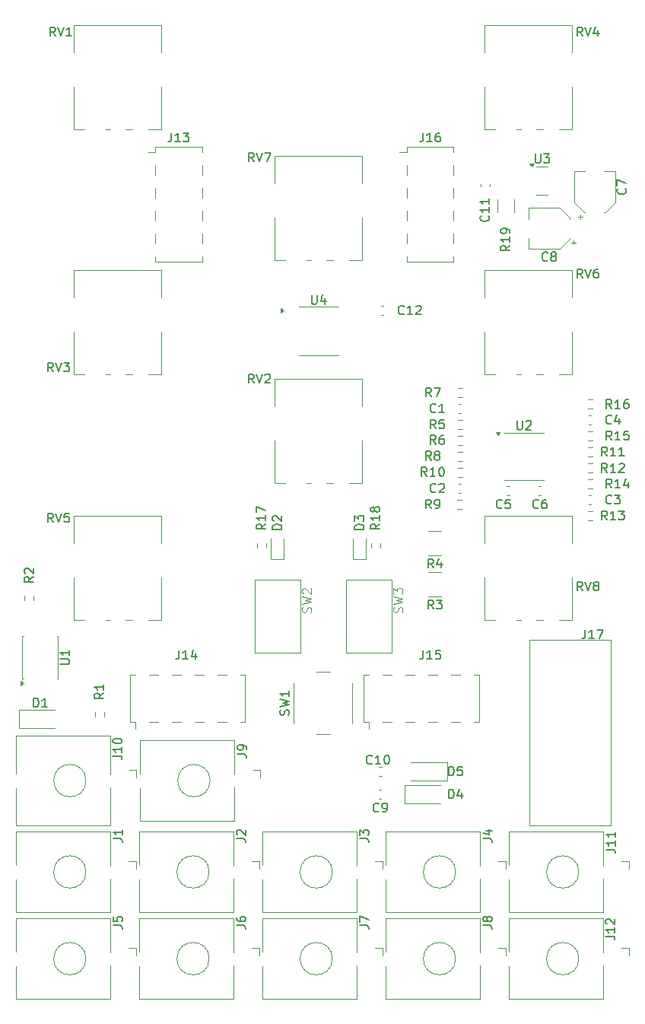
<source format=gbr>
%TF.GenerationSoftware,KiCad,Pcbnew,9.0.0*%
%TF.CreationDate,2025-03-09T14:36:43-04:00*%
%TF.ProjectId,200_Plattform,3230305f-506c-4617-9474-666f726d2e6b,A1*%
%TF.SameCoordinates,Original*%
%TF.FileFunction,Legend,Top*%
%TF.FilePolarity,Positive*%
%FSLAX45Y45*%
G04 Gerber Fmt 4.5, Leading zero omitted, Abs format (unit mm)*
G04 Created by KiCad (PCBNEW 9.0.0) date 2025-03-09 14:36:43*
%MOMM*%
%LPD*%
G01*
G04 APERTURE LIST*
%ADD10C,0.150000*%
%ADD11C,0.100000*%
%ADD12C,0.120000*%
G04 APERTURE END LIST*
D10*
X6159848Y-4702682D02*
X6159848Y-4774110D01*
X6159848Y-4774110D02*
X6155086Y-4788396D01*
X6155086Y-4788396D02*
X6145562Y-4797920D01*
X6145562Y-4797920D02*
X6131276Y-4802682D01*
X6131276Y-4802682D02*
X6121752Y-4802682D01*
X6259848Y-4802682D02*
X6202705Y-4802682D01*
X6231276Y-4802682D02*
X6231276Y-4702682D01*
X6231276Y-4702682D02*
X6221752Y-4716968D01*
X6221752Y-4716968D02*
X6212229Y-4726491D01*
X6212229Y-4726491D02*
X6202705Y-4731253D01*
X6293181Y-4702682D02*
X6355086Y-4702682D01*
X6355086Y-4702682D02*
X6321752Y-4740777D01*
X6321752Y-4740777D02*
X6336038Y-4740777D01*
X6336038Y-4740777D02*
X6345562Y-4745539D01*
X6345562Y-4745539D02*
X6350324Y-4750301D01*
X6350324Y-4750301D02*
X6355086Y-4759825D01*
X6355086Y-4759825D02*
X6355086Y-4783634D01*
X6355086Y-4783634D02*
X6350324Y-4793158D01*
X6350324Y-4793158D02*
X6345562Y-4797920D01*
X6345562Y-4797920D02*
X6336038Y-4802682D01*
X6336038Y-4802682D02*
X6307467Y-4802682D01*
X6307467Y-4802682D02*
X6297943Y-4797920D01*
X6297943Y-4797920D02*
X6293181Y-4793158D01*
X8961448Y-10461082D02*
X8961448Y-10532510D01*
X8961448Y-10532510D02*
X8956686Y-10546796D01*
X8956686Y-10546796D02*
X8947162Y-10556320D01*
X8947162Y-10556320D02*
X8932876Y-10561082D01*
X8932876Y-10561082D02*
X8923352Y-10561082D01*
X9061448Y-10561082D02*
X9004305Y-10561082D01*
X9032876Y-10561082D02*
X9032876Y-10461082D01*
X9032876Y-10461082D02*
X9023352Y-10475368D01*
X9023352Y-10475368D02*
X9013829Y-10484891D01*
X9013829Y-10484891D02*
X9004305Y-10489653D01*
X9151924Y-10461082D02*
X9104305Y-10461082D01*
X9104305Y-10461082D02*
X9099543Y-10508701D01*
X9099543Y-10508701D02*
X9104305Y-10503939D01*
X9104305Y-10503939D02*
X9113829Y-10499177D01*
X9113829Y-10499177D02*
X9137638Y-10499177D01*
X9137638Y-10499177D02*
X9147162Y-10503939D01*
X9147162Y-10503939D02*
X9151924Y-10508701D01*
X9151924Y-10508701D02*
X9156686Y-10518225D01*
X9156686Y-10518225D02*
X9156686Y-10542034D01*
X9156686Y-10542034D02*
X9151924Y-10551558D01*
X9151924Y-10551558D02*
X9147162Y-10556320D01*
X9147162Y-10556320D02*
X9137638Y-10561082D01*
X9137638Y-10561082D02*
X9113829Y-10561082D01*
X9113829Y-10561082D02*
X9104305Y-10556320D01*
X9104305Y-10556320D02*
X9099543Y-10551558D01*
X8959848Y-4702682D02*
X8959848Y-4774110D01*
X8959848Y-4774110D02*
X8955086Y-4788396D01*
X8955086Y-4788396D02*
X8945562Y-4797920D01*
X8945562Y-4797920D02*
X8931276Y-4802682D01*
X8931276Y-4802682D02*
X8921752Y-4802682D01*
X9059848Y-4802682D02*
X9002705Y-4802682D01*
X9031276Y-4802682D02*
X9031276Y-4702682D01*
X9031276Y-4702682D02*
X9021752Y-4716968D01*
X9021752Y-4716968D02*
X9012229Y-4726491D01*
X9012229Y-4726491D02*
X9002705Y-4731253D01*
X9145562Y-4702682D02*
X9126514Y-4702682D01*
X9126514Y-4702682D02*
X9116991Y-4707444D01*
X9116991Y-4707444D02*
X9112229Y-4712206D01*
X9112229Y-4712206D02*
X9102705Y-4726491D01*
X9102705Y-4726491D02*
X9097943Y-4745539D01*
X9097943Y-4745539D02*
X9097943Y-4783634D01*
X9097943Y-4783634D02*
X9102705Y-4793158D01*
X9102705Y-4793158D02*
X9107467Y-4797920D01*
X9107467Y-4797920D02*
X9116991Y-4802682D01*
X9116991Y-4802682D02*
X9136038Y-4802682D01*
X9136038Y-4802682D02*
X9145562Y-4797920D01*
X9145562Y-4797920D02*
X9150324Y-4793158D01*
X9150324Y-4793158D02*
X9155086Y-4783634D01*
X9155086Y-4783634D02*
X9155086Y-4759825D01*
X9155086Y-4759825D02*
X9150324Y-4750301D01*
X9150324Y-4750301D02*
X9145562Y-4745539D01*
X9145562Y-4745539D02*
X9136038Y-4740777D01*
X9136038Y-4740777D02*
X9116991Y-4740777D01*
X9116991Y-4740777D02*
X9107467Y-4745539D01*
X9107467Y-4745539D02*
X9102705Y-4750301D01*
X9102705Y-4750301D02*
X9097943Y-4759825D01*
X6243648Y-10461082D02*
X6243648Y-10532510D01*
X6243648Y-10532510D02*
X6238886Y-10546796D01*
X6238886Y-10546796D02*
X6229362Y-10556320D01*
X6229362Y-10556320D02*
X6215076Y-10561082D01*
X6215076Y-10561082D02*
X6205552Y-10561082D01*
X6343648Y-10561082D02*
X6286505Y-10561082D01*
X6315076Y-10561082D02*
X6315076Y-10461082D01*
X6315076Y-10461082D02*
X6305552Y-10475368D01*
X6305552Y-10475368D02*
X6296029Y-10484891D01*
X6296029Y-10484891D02*
X6286505Y-10489653D01*
X6429362Y-10494415D02*
X6429362Y-10561082D01*
X6405552Y-10456320D02*
X6381743Y-10527749D01*
X6381743Y-10527749D02*
X6443648Y-10527749D01*
X10210810Y-4937882D02*
X10210810Y-5018834D01*
X10210810Y-5018834D02*
X10215571Y-5028358D01*
X10215571Y-5028358D02*
X10220333Y-5033120D01*
X10220333Y-5033120D02*
X10229857Y-5037882D01*
X10229857Y-5037882D02*
X10248905Y-5037882D01*
X10248905Y-5037882D02*
X10258429Y-5033120D01*
X10258429Y-5033120D02*
X10263190Y-5028358D01*
X10263190Y-5028358D02*
X10267952Y-5018834D01*
X10267952Y-5018834D02*
X10267952Y-4937882D01*
X10306048Y-4937882D02*
X10367952Y-4937882D01*
X10367952Y-4937882D02*
X10334619Y-4975977D01*
X10334619Y-4975977D02*
X10348905Y-4975977D01*
X10348905Y-4975977D02*
X10358429Y-4980739D01*
X10358429Y-4980739D02*
X10363190Y-4985501D01*
X10363190Y-4985501D02*
X10367952Y-4995025D01*
X10367952Y-4995025D02*
X10367952Y-5018834D01*
X10367952Y-5018834D02*
X10363190Y-5028358D01*
X10363190Y-5028358D02*
X10358429Y-5033120D01*
X10358429Y-5033120D02*
X10348905Y-5037882D01*
X10348905Y-5037882D02*
X10320333Y-5037882D01*
X10320333Y-5037882D02*
X10310810Y-5033120D01*
X10310810Y-5033120D02*
X10306048Y-5028358D01*
X10346533Y-6121758D02*
X10341771Y-6126520D01*
X10341771Y-6126520D02*
X10327486Y-6131282D01*
X10327486Y-6131282D02*
X10317962Y-6131282D01*
X10317962Y-6131282D02*
X10303676Y-6126520D01*
X10303676Y-6126520D02*
X10294152Y-6116996D01*
X10294152Y-6116996D02*
X10289391Y-6107472D01*
X10289391Y-6107472D02*
X10284629Y-6088425D01*
X10284629Y-6088425D02*
X10284629Y-6074139D01*
X10284629Y-6074139D02*
X10289391Y-6055091D01*
X10289391Y-6055091D02*
X10294152Y-6045568D01*
X10294152Y-6045568D02*
X10303676Y-6036044D01*
X10303676Y-6036044D02*
X10317962Y-6031282D01*
X10317962Y-6031282D02*
X10327486Y-6031282D01*
X10327486Y-6031282D02*
X10341771Y-6036044D01*
X10341771Y-6036044D02*
X10346533Y-6040806D01*
X10403676Y-6074139D02*
X10394152Y-6069377D01*
X10394152Y-6069377D02*
X10389391Y-6064615D01*
X10389391Y-6064615D02*
X10384629Y-6055091D01*
X10384629Y-6055091D02*
X10384629Y-6050329D01*
X10384629Y-6050329D02*
X10389391Y-6040806D01*
X10389391Y-6040806D02*
X10394152Y-6036044D01*
X10394152Y-6036044D02*
X10403676Y-6031282D01*
X10403676Y-6031282D02*
X10422724Y-6031282D01*
X10422724Y-6031282D02*
X10432248Y-6036044D01*
X10432248Y-6036044D02*
X10437010Y-6040806D01*
X10437010Y-6040806D02*
X10441771Y-6050329D01*
X10441771Y-6050329D02*
X10441771Y-6055091D01*
X10441771Y-6055091D02*
X10437010Y-6064615D01*
X10437010Y-6064615D02*
X10432248Y-6069377D01*
X10432248Y-6069377D02*
X10422724Y-6074139D01*
X10422724Y-6074139D02*
X10403676Y-6074139D01*
X10403676Y-6074139D02*
X10394152Y-6078901D01*
X10394152Y-6078901D02*
X10389391Y-6083663D01*
X10389391Y-6083663D02*
X10384629Y-6093187D01*
X10384629Y-6093187D02*
X10384629Y-6112234D01*
X10384629Y-6112234D02*
X10389391Y-6121758D01*
X10389391Y-6121758D02*
X10394152Y-6126520D01*
X10394152Y-6126520D02*
X10403676Y-6131282D01*
X10403676Y-6131282D02*
X10422724Y-6131282D01*
X10422724Y-6131282D02*
X10432248Y-6126520D01*
X10432248Y-6126520D02*
X10437010Y-6121758D01*
X10437010Y-6121758D02*
X10441771Y-6112234D01*
X10441771Y-6112234D02*
X10441771Y-6093187D01*
X10441771Y-6093187D02*
X10437010Y-6083663D01*
X10437010Y-6083663D02*
X10432248Y-6078901D01*
X10432248Y-6078901D02*
X10422724Y-6074139D01*
X11211958Y-5325267D02*
X11216720Y-5330029D01*
X11216720Y-5330029D02*
X11221482Y-5344314D01*
X11221482Y-5344314D02*
X11221482Y-5353838D01*
X11221482Y-5353838D02*
X11216720Y-5368124D01*
X11216720Y-5368124D02*
X11207196Y-5377648D01*
X11207196Y-5377648D02*
X11197672Y-5382409D01*
X11197672Y-5382409D02*
X11178625Y-5387171D01*
X11178625Y-5387171D02*
X11164339Y-5387171D01*
X11164339Y-5387171D02*
X11145291Y-5382409D01*
X11145291Y-5382409D02*
X11135768Y-5377648D01*
X11135768Y-5377648D02*
X11126244Y-5368124D01*
X11126244Y-5368124D02*
X11121482Y-5353838D01*
X11121482Y-5353838D02*
X11121482Y-5344314D01*
X11121482Y-5344314D02*
X11126244Y-5330029D01*
X11126244Y-5330029D02*
X11131006Y-5325267D01*
X11121482Y-5291933D02*
X11121482Y-5225267D01*
X11121482Y-5225267D02*
X11221482Y-5268124D01*
X10764848Y-10232482D02*
X10764848Y-10303910D01*
X10764848Y-10303910D02*
X10760086Y-10318196D01*
X10760086Y-10318196D02*
X10750562Y-10327720D01*
X10750562Y-10327720D02*
X10736276Y-10332482D01*
X10736276Y-10332482D02*
X10726752Y-10332482D01*
X10864848Y-10332482D02*
X10807705Y-10332482D01*
X10836276Y-10332482D02*
X10836276Y-10232482D01*
X10836276Y-10232482D02*
X10826752Y-10246768D01*
X10826752Y-10246768D02*
X10817229Y-10256291D01*
X10817229Y-10256291D02*
X10807705Y-10261053D01*
X10898181Y-10232482D02*
X10964848Y-10232482D01*
X10964848Y-10232482D02*
X10921991Y-10332482D01*
X10007610Y-7906282D02*
X10007610Y-7987234D01*
X10007610Y-7987234D02*
X10012371Y-7996758D01*
X10012371Y-7996758D02*
X10017133Y-8001520D01*
X10017133Y-8001520D02*
X10026657Y-8006282D01*
X10026657Y-8006282D02*
X10045705Y-8006282D01*
X10045705Y-8006282D02*
X10055229Y-8001520D01*
X10055229Y-8001520D02*
X10059990Y-7996758D01*
X10059990Y-7996758D02*
X10064752Y-7987234D01*
X10064752Y-7987234D02*
X10064752Y-7906282D01*
X10107610Y-7915806D02*
X10112371Y-7911044D01*
X10112371Y-7911044D02*
X10121895Y-7906282D01*
X10121895Y-7906282D02*
X10145705Y-7906282D01*
X10145705Y-7906282D02*
X10155229Y-7911044D01*
X10155229Y-7911044D02*
X10159990Y-7915806D01*
X10159990Y-7915806D02*
X10164752Y-7925329D01*
X10164752Y-7925329D02*
X10164752Y-7934853D01*
X10164752Y-7934853D02*
X10159990Y-7949139D01*
X10159990Y-7949139D02*
X10102848Y-8006282D01*
X10102848Y-8006282D02*
X10164752Y-8006282D01*
X9926082Y-5957086D02*
X9878463Y-5990419D01*
X9926082Y-6014228D02*
X9826082Y-6014228D01*
X9826082Y-6014228D02*
X9826082Y-5976133D01*
X9826082Y-5976133D02*
X9830844Y-5966609D01*
X9830844Y-5966609D02*
X9835606Y-5961848D01*
X9835606Y-5961848D02*
X9845130Y-5957086D01*
X9845130Y-5957086D02*
X9859415Y-5957086D01*
X9859415Y-5957086D02*
X9868939Y-5961848D01*
X9868939Y-5961848D02*
X9873701Y-5966609D01*
X9873701Y-5966609D02*
X9878463Y-5976133D01*
X9878463Y-5976133D02*
X9878463Y-6014228D01*
X9926082Y-5861848D02*
X9926082Y-5918990D01*
X9926082Y-5890419D02*
X9826082Y-5890419D01*
X9826082Y-5890419D02*
X9840368Y-5899943D01*
X9840368Y-5899943D02*
X9849891Y-5909467D01*
X9849891Y-5909467D02*
X9854653Y-5918990D01*
X9926082Y-5814228D02*
X9926082Y-5795181D01*
X9926082Y-5795181D02*
X9921320Y-5785657D01*
X9921320Y-5785657D02*
X9916558Y-5780895D01*
X9916558Y-5780895D02*
X9902272Y-5771371D01*
X9902272Y-5771371D02*
X9883225Y-5766609D01*
X9883225Y-5766609D02*
X9845130Y-5766609D01*
X9845130Y-5766609D02*
X9835606Y-5771371D01*
X9835606Y-5771371D02*
X9830844Y-5776133D01*
X9830844Y-5776133D02*
X9826082Y-5785657D01*
X9826082Y-5785657D02*
X9826082Y-5804705D01*
X9826082Y-5804705D02*
X9830844Y-5814228D01*
X9830844Y-5814228D02*
X9835606Y-5818990D01*
X9835606Y-5818990D02*
X9845130Y-5823752D01*
X9845130Y-5823752D02*
X9868939Y-5823752D01*
X9868939Y-5823752D02*
X9878463Y-5818990D01*
X9878463Y-5818990D02*
X9883225Y-5814228D01*
X9883225Y-5814228D02*
X9887987Y-5804705D01*
X9887987Y-5804705D02*
X9887987Y-5785657D01*
X9887987Y-5785657D02*
X9883225Y-5776133D01*
X9883225Y-5776133D02*
X9878463Y-5771371D01*
X9878463Y-5771371D02*
X9868939Y-5766609D01*
X9247991Y-11856482D02*
X9247991Y-11756482D01*
X9247991Y-11756482D02*
X9271800Y-11756482D01*
X9271800Y-11756482D02*
X9286086Y-11761244D01*
X9286086Y-11761244D02*
X9295610Y-11770768D01*
X9295610Y-11770768D02*
X9300371Y-11780291D01*
X9300371Y-11780291D02*
X9305133Y-11799339D01*
X9305133Y-11799339D02*
X9305133Y-11813625D01*
X9305133Y-11813625D02*
X9300371Y-11832672D01*
X9300371Y-11832672D02*
X9295610Y-11842196D01*
X9295610Y-11842196D02*
X9286086Y-11851720D01*
X9286086Y-11851720D02*
X9271800Y-11856482D01*
X9271800Y-11856482D02*
X9247991Y-11856482D01*
X9395610Y-11756482D02*
X9347991Y-11756482D01*
X9347991Y-11756482D02*
X9343229Y-11804101D01*
X9343229Y-11804101D02*
X9347991Y-11799339D01*
X9347991Y-11799339D02*
X9357514Y-11794577D01*
X9357514Y-11794577D02*
X9381324Y-11794577D01*
X9381324Y-11794577D02*
X9390848Y-11799339D01*
X9390848Y-11799339D02*
X9395610Y-11804101D01*
X9395610Y-11804101D02*
X9400371Y-11813625D01*
X9400371Y-11813625D02*
X9400371Y-11837434D01*
X9400371Y-11837434D02*
X9395610Y-11846958D01*
X9395610Y-11846958D02*
X9390848Y-11851720D01*
X9390848Y-11851720D02*
X9381324Y-11856482D01*
X9381324Y-11856482D02*
X9357514Y-11856482D01*
X9357514Y-11856482D02*
X9347991Y-11851720D01*
X9347991Y-11851720D02*
X9343229Y-11846958D01*
X9247991Y-12110482D02*
X9247991Y-12010482D01*
X9247991Y-12010482D02*
X9271800Y-12010482D01*
X9271800Y-12010482D02*
X9286086Y-12015244D01*
X9286086Y-12015244D02*
X9295610Y-12024768D01*
X9295610Y-12024768D02*
X9300371Y-12034291D01*
X9300371Y-12034291D02*
X9305133Y-12053339D01*
X9305133Y-12053339D02*
X9305133Y-12067625D01*
X9305133Y-12067625D02*
X9300371Y-12086672D01*
X9300371Y-12086672D02*
X9295610Y-12096196D01*
X9295610Y-12096196D02*
X9286086Y-12105720D01*
X9286086Y-12105720D02*
X9271800Y-12110482D01*
X9271800Y-12110482D02*
X9247991Y-12110482D01*
X9390848Y-12043815D02*
X9390848Y-12110482D01*
X9367038Y-12005720D02*
X9343229Y-12077148D01*
X9343229Y-12077148D02*
X9405133Y-12077148D01*
X8393914Y-11719958D02*
X8389152Y-11724720D01*
X8389152Y-11724720D02*
X8374867Y-11729482D01*
X8374867Y-11729482D02*
X8365343Y-11729482D01*
X8365343Y-11729482D02*
X8351057Y-11724720D01*
X8351057Y-11724720D02*
X8341533Y-11715196D01*
X8341533Y-11715196D02*
X8336771Y-11705672D01*
X8336771Y-11705672D02*
X8332009Y-11686625D01*
X8332009Y-11686625D02*
X8332009Y-11672339D01*
X8332009Y-11672339D02*
X8336771Y-11653291D01*
X8336771Y-11653291D02*
X8341533Y-11643768D01*
X8341533Y-11643768D02*
X8351057Y-11634244D01*
X8351057Y-11634244D02*
X8365343Y-11629482D01*
X8365343Y-11629482D02*
X8374867Y-11629482D01*
X8374867Y-11629482D02*
X8389152Y-11634244D01*
X8389152Y-11634244D02*
X8393914Y-11639006D01*
X8489152Y-11729482D02*
X8432010Y-11729482D01*
X8460581Y-11729482D02*
X8460581Y-11629482D01*
X8460581Y-11629482D02*
X8451057Y-11643768D01*
X8451057Y-11643768D02*
X8441533Y-11653291D01*
X8441533Y-11653291D02*
X8432010Y-11658053D01*
X8551057Y-11629482D02*
X8560581Y-11629482D01*
X8560581Y-11629482D02*
X8570105Y-11634244D01*
X8570105Y-11634244D02*
X8574867Y-11639006D01*
X8574867Y-11639006D02*
X8579629Y-11648529D01*
X8579629Y-11648529D02*
X8584390Y-11667577D01*
X8584390Y-11667577D02*
X8584390Y-11691387D01*
X8584390Y-11691387D02*
X8579629Y-11710434D01*
X8579629Y-11710434D02*
X8574867Y-11719958D01*
X8574867Y-11719958D02*
X8570105Y-11724720D01*
X8570105Y-11724720D02*
X8560581Y-11729482D01*
X8560581Y-11729482D02*
X8551057Y-11729482D01*
X8551057Y-11729482D02*
X8541533Y-11724720D01*
X8541533Y-11724720D02*
X8536771Y-11719958D01*
X8536771Y-11719958D02*
X8532010Y-11710434D01*
X8532010Y-11710434D02*
X8527248Y-11691387D01*
X8527248Y-11691387D02*
X8527248Y-11667577D01*
X8527248Y-11667577D02*
X8532010Y-11648529D01*
X8532010Y-11648529D02*
X8536771Y-11639006D01*
X8536771Y-11639006D02*
X8541533Y-11634244D01*
X8541533Y-11634244D02*
X8551057Y-11629482D01*
X8466933Y-12253358D02*
X8462171Y-12258120D01*
X8462171Y-12258120D02*
X8447886Y-12262882D01*
X8447886Y-12262882D02*
X8438362Y-12262882D01*
X8438362Y-12262882D02*
X8424076Y-12258120D01*
X8424076Y-12258120D02*
X8414552Y-12248596D01*
X8414552Y-12248596D02*
X8409791Y-12239072D01*
X8409791Y-12239072D02*
X8405029Y-12220025D01*
X8405029Y-12220025D02*
X8405029Y-12205739D01*
X8405029Y-12205739D02*
X8409791Y-12186691D01*
X8409791Y-12186691D02*
X8414552Y-12177168D01*
X8414552Y-12177168D02*
X8424076Y-12167644D01*
X8424076Y-12167644D02*
X8438362Y-12162882D01*
X8438362Y-12162882D02*
X8447886Y-12162882D01*
X8447886Y-12162882D02*
X8462171Y-12167644D01*
X8462171Y-12167644D02*
X8466933Y-12172406D01*
X8514552Y-12262882D02*
X8533600Y-12262882D01*
X8533600Y-12262882D02*
X8543124Y-12258120D01*
X8543124Y-12258120D02*
X8547886Y-12253358D01*
X8547886Y-12253358D02*
X8557410Y-12239072D01*
X8557410Y-12239072D02*
X8562171Y-12220025D01*
X8562171Y-12220025D02*
X8562171Y-12181929D01*
X8562171Y-12181929D02*
X8557410Y-12172406D01*
X8557410Y-12172406D02*
X8552648Y-12167644D01*
X8552648Y-12167644D02*
X8543124Y-12162882D01*
X8543124Y-12162882D02*
X8524076Y-12162882D01*
X8524076Y-12162882D02*
X8514552Y-12167644D01*
X8514552Y-12167644D02*
X8509791Y-12172406D01*
X8509791Y-12172406D02*
X8505029Y-12181929D01*
X8505029Y-12181929D02*
X8505029Y-12205739D01*
X8505029Y-12205739D02*
X8509791Y-12215263D01*
X8509791Y-12215263D02*
X8514552Y-12220025D01*
X8514552Y-12220025D02*
X8524076Y-12224787D01*
X8524076Y-12224787D02*
X8543124Y-12224787D01*
X8543124Y-12224787D02*
X8552648Y-12220025D01*
X8552648Y-12220025D02*
X8557410Y-12215263D01*
X8557410Y-12215263D02*
X8562171Y-12205739D01*
X9687958Y-5626886D02*
X9692720Y-5631648D01*
X9692720Y-5631648D02*
X9697482Y-5645933D01*
X9697482Y-5645933D02*
X9697482Y-5655457D01*
X9697482Y-5655457D02*
X9692720Y-5669743D01*
X9692720Y-5669743D02*
X9683196Y-5679267D01*
X9683196Y-5679267D02*
X9673672Y-5684028D01*
X9673672Y-5684028D02*
X9654625Y-5688790D01*
X9654625Y-5688790D02*
X9640339Y-5688790D01*
X9640339Y-5688790D02*
X9621291Y-5684028D01*
X9621291Y-5684028D02*
X9611768Y-5679267D01*
X9611768Y-5679267D02*
X9602244Y-5669743D01*
X9602244Y-5669743D02*
X9597482Y-5655457D01*
X9597482Y-5655457D02*
X9597482Y-5645933D01*
X9597482Y-5645933D02*
X9602244Y-5631648D01*
X9602244Y-5631648D02*
X9607006Y-5626886D01*
X9697482Y-5531648D02*
X9697482Y-5588790D01*
X9697482Y-5560219D02*
X9597482Y-5560219D01*
X9597482Y-5560219D02*
X9611768Y-5569743D01*
X9611768Y-5569743D02*
X9621291Y-5579267D01*
X9621291Y-5579267D02*
X9626053Y-5588790D01*
X9697482Y-5436410D02*
X9697482Y-5493552D01*
X9697482Y-5464981D02*
X9597482Y-5464981D01*
X9597482Y-5464981D02*
X9611768Y-5474505D01*
X9611768Y-5474505D02*
X9621291Y-5484029D01*
X9621291Y-5484029D02*
X9626053Y-5493552D01*
X10244933Y-8875158D02*
X10240171Y-8879920D01*
X10240171Y-8879920D02*
X10225886Y-8884682D01*
X10225886Y-8884682D02*
X10216362Y-8884682D01*
X10216362Y-8884682D02*
X10202076Y-8879920D01*
X10202076Y-8879920D02*
X10192552Y-8870396D01*
X10192552Y-8870396D02*
X10187791Y-8860872D01*
X10187791Y-8860872D02*
X10183029Y-8841825D01*
X10183029Y-8841825D02*
X10183029Y-8827539D01*
X10183029Y-8827539D02*
X10187791Y-8808491D01*
X10187791Y-8808491D02*
X10192552Y-8798968D01*
X10192552Y-8798968D02*
X10202076Y-8789444D01*
X10202076Y-8789444D02*
X10216362Y-8784682D01*
X10216362Y-8784682D02*
X10225886Y-8784682D01*
X10225886Y-8784682D02*
X10240171Y-8789444D01*
X10240171Y-8789444D02*
X10244933Y-8794206D01*
X10330648Y-8784682D02*
X10311600Y-8784682D01*
X10311600Y-8784682D02*
X10302076Y-8789444D01*
X10302076Y-8789444D02*
X10297314Y-8794206D01*
X10297314Y-8794206D02*
X10287791Y-8808491D01*
X10287791Y-8808491D02*
X10283029Y-8827539D01*
X10283029Y-8827539D02*
X10283029Y-8865634D01*
X10283029Y-8865634D02*
X10287791Y-8875158D01*
X10287791Y-8875158D02*
X10292552Y-8879920D01*
X10292552Y-8879920D02*
X10302076Y-8884682D01*
X10302076Y-8884682D02*
X10321124Y-8884682D01*
X10321124Y-8884682D02*
X10330648Y-8879920D01*
X10330648Y-8879920D02*
X10335410Y-8875158D01*
X10335410Y-8875158D02*
X10340171Y-8865634D01*
X10340171Y-8865634D02*
X10340171Y-8841825D01*
X10340171Y-8841825D02*
X10335410Y-8832301D01*
X10335410Y-8832301D02*
X10330648Y-8827539D01*
X10330648Y-8827539D02*
X10321124Y-8822777D01*
X10321124Y-8822777D02*
X10302076Y-8822777D01*
X10302076Y-8822777D02*
X10292552Y-8827539D01*
X10292552Y-8827539D02*
X10287791Y-8832301D01*
X10287791Y-8832301D02*
X10283029Y-8841825D01*
X9838533Y-8875158D02*
X9833771Y-8879920D01*
X9833771Y-8879920D02*
X9819486Y-8884682D01*
X9819486Y-8884682D02*
X9809962Y-8884682D01*
X9809962Y-8884682D02*
X9795676Y-8879920D01*
X9795676Y-8879920D02*
X9786152Y-8870396D01*
X9786152Y-8870396D02*
X9781391Y-8860872D01*
X9781391Y-8860872D02*
X9776629Y-8841825D01*
X9776629Y-8841825D02*
X9776629Y-8827539D01*
X9776629Y-8827539D02*
X9781391Y-8808491D01*
X9781391Y-8808491D02*
X9786152Y-8798968D01*
X9786152Y-8798968D02*
X9795676Y-8789444D01*
X9795676Y-8789444D02*
X9809962Y-8784682D01*
X9809962Y-8784682D02*
X9819486Y-8784682D01*
X9819486Y-8784682D02*
X9833771Y-8789444D01*
X9833771Y-8789444D02*
X9838533Y-8794206D01*
X9929010Y-8784682D02*
X9881391Y-8784682D01*
X9881391Y-8784682D02*
X9876629Y-8832301D01*
X9876629Y-8832301D02*
X9881391Y-8827539D01*
X9881391Y-8827539D02*
X9890914Y-8822777D01*
X9890914Y-8822777D02*
X9914724Y-8822777D01*
X9914724Y-8822777D02*
X9924248Y-8827539D01*
X9924248Y-8827539D02*
X9929010Y-8832301D01*
X9929010Y-8832301D02*
X9933771Y-8841825D01*
X9933771Y-8841825D02*
X9933771Y-8865634D01*
X9933771Y-8865634D02*
X9929010Y-8875158D01*
X9929010Y-8875158D02*
X9924248Y-8879920D01*
X9924248Y-8879920D02*
X9914724Y-8884682D01*
X9914724Y-8884682D02*
X9890914Y-8884682D01*
X9890914Y-8884682D02*
X9881391Y-8879920D01*
X9881391Y-8879920D02*
X9876629Y-8875158D01*
X11057733Y-7935358D02*
X11052971Y-7940120D01*
X11052971Y-7940120D02*
X11038686Y-7944882D01*
X11038686Y-7944882D02*
X11029162Y-7944882D01*
X11029162Y-7944882D02*
X11014876Y-7940120D01*
X11014876Y-7940120D02*
X11005352Y-7930596D01*
X11005352Y-7930596D02*
X11000591Y-7921072D01*
X11000591Y-7921072D02*
X10995829Y-7902025D01*
X10995829Y-7902025D02*
X10995829Y-7887739D01*
X10995829Y-7887739D02*
X11000591Y-7868691D01*
X11000591Y-7868691D02*
X11005352Y-7859168D01*
X11005352Y-7859168D02*
X11014876Y-7849644D01*
X11014876Y-7849644D02*
X11029162Y-7844882D01*
X11029162Y-7844882D02*
X11038686Y-7844882D01*
X11038686Y-7844882D02*
X11052971Y-7849644D01*
X11052971Y-7849644D02*
X11057733Y-7854406D01*
X11143448Y-7878215D02*
X11143448Y-7944882D01*
X11119638Y-7840120D02*
X11095829Y-7911548D01*
X11095829Y-7911548D02*
X11157733Y-7911548D01*
X11010114Y-8300482D02*
X10976781Y-8252863D01*
X10952971Y-8300482D02*
X10952971Y-8200482D01*
X10952971Y-8200482D02*
X10991067Y-8200482D01*
X10991067Y-8200482D02*
X11000590Y-8205244D01*
X11000590Y-8205244D02*
X11005352Y-8210006D01*
X11005352Y-8210006D02*
X11010114Y-8219529D01*
X11010114Y-8219529D02*
X11010114Y-8233815D01*
X11010114Y-8233815D02*
X11005352Y-8243339D01*
X11005352Y-8243339D02*
X11000590Y-8248101D01*
X11000590Y-8248101D02*
X10991067Y-8252863D01*
X10991067Y-8252863D02*
X10952971Y-8252863D01*
X11105352Y-8300482D02*
X11048210Y-8300482D01*
X11076781Y-8300482D02*
X11076781Y-8200482D01*
X11076781Y-8200482D02*
X11067257Y-8214768D01*
X11067257Y-8214768D02*
X11057733Y-8224291D01*
X11057733Y-8224291D02*
X11048210Y-8229053D01*
X11200590Y-8300482D02*
X11143448Y-8300482D01*
X11172019Y-8300482D02*
X11172019Y-8200482D01*
X11172019Y-8200482D02*
X11162495Y-8214768D01*
X11162495Y-8214768D02*
X11152971Y-8224291D01*
X11152971Y-8224291D02*
X11143448Y-8229053D01*
X11060914Y-8656082D02*
X11027581Y-8608463D01*
X11003771Y-8656082D02*
X11003771Y-8556082D01*
X11003771Y-8556082D02*
X11041867Y-8556082D01*
X11041867Y-8556082D02*
X11051390Y-8560844D01*
X11051390Y-8560844D02*
X11056152Y-8565606D01*
X11056152Y-8565606D02*
X11060914Y-8575130D01*
X11060914Y-8575130D02*
X11060914Y-8589415D01*
X11060914Y-8589415D02*
X11056152Y-8598939D01*
X11056152Y-8598939D02*
X11051390Y-8603701D01*
X11051390Y-8603701D02*
X11041867Y-8608463D01*
X11041867Y-8608463D02*
X11003771Y-8608463D01*
X11156152Y-8656082D02*
X11099010Y-8656082D01*
X11127581Y-8656082D02*
X11127581Y-8556082D01*
X11127581Y-8556082D02*
X11118057Y-8570368D01*
X11118057Y-8570368D02*
X11108533Y-8579891D01*
X11108533Y-8579891D02*
X11099010Y-8584653D01*
X11241867Y-8589415D02*
X11241867Y-8656082D01*
X11218057Y-8551320D02*
X11194248Y-8622749D01*
X11194248Y-8622749D02*
X11256152Y-8622749D01*
X7077876Y-7487682D02*
X7044543Y-7440063D01*
X7020733Y-7487682D02*
X7020733Y-7387682D01*
X7020733Y-7387682D02*
X7058828Y-7387682D01*
X7058828Y-7387682D02*
X7068352Y-7392444D01*
X7068352Y-7392444D02*
X7073114Y-7397206D01*
X7073114Y-7397206D02*
X7077876Y-7406729D01*
X7077876Y-7406729D02*
X7077876Y-7421015D01*
X7077876Y-7421015D02*
X7073114Y-7430539D01*
X7073114Y-7430539D02*
X7068352Y-7435301D01*
X7068352Y-7435301D02*
X7058828Y-7440063D01*
X7058828Y-7440063D02*
X7020733Y-7440063D01*
X7106448Y-7387682D02*
X7139781Y-7487682D01*
X7139781Y-7487682D02*
X7173114Y-7387682D01*
X7201686Y-7397206D02*
X7206448Y-7392444D01*
X7206448Y-7392444D02*
X7215971Y-7387682D01*
X7215971Y-7387682D02*
X7239781Y-7387682D01*
X7239781Y-7387682D02*
X7249305Y-7392444D01*
X7249305Y-7392444D02*
X7254067Y-7397206D01*
X7254067Y-7397206D02*
X7258828Y-7406729D01*
X7258828Y-7406729D02*
X7258828Y-7416253D01*
X7258828Y-7416253D02*
X7254067Y-7430539D01*
X7254067Y-7430539D02*
X7196924Y-7487682D01*
X7196924Y-7487682D02*
X7258828Y-7487682D01*
X9051133Y-7640082D02*
X9017800Y-7592463D01*
X8993991Y-7640082D02*
X8993991Y-7540082D01*
X8993991Y-7540082D02*
X9032086Y-7540082D01*
X9032086Y-7540082D02*
X9041610Y-7544844D01*
X9041610Y-7544844D02*
X9046371Y-7549606D01*
X9046371Y-7549606D02*
X9051133Y-7559129D01*
X9051133Y-7559129D02*
X9051133Y-7573415D01*
X9051133Y-7573415D02*
X9046371Y-7582939D01*
X9046371Y-7582939D02*
X9041610Y-7587701D01*
X9041610Y-7587701D02*
X9032086Y-7592463D01*
X9032086Y-7592463D02*
X8993991Y-7592463D01*
X9084467Y-7540082D02*
X9151133Y-7540082D01*
X9151133Y-7540082D02*
X9108276Y-7640082D01*
X8257582Y-13524133D02*
X8329010Y-13524133D01*
X8329010Y-13524133D02*
X8343296Y-13528895D01*
X8343296Y-13528895D02*
X8352820Y-13538419D01*
X8352820Y-13538419D02*
X8357582Y-13552705D01*
X8357582Y-13552705D02*
X8357582Y-13562228D01*
X8257582Y-13486038D02*
X8257582Y-13419371D01*
X8257582Y-13419371D02*
X8357582Y-13462228D01*
X11010114Y-8483282D02*
X10976781Y-8435663D01*
X10952971Y-8483282D02*
X10952971Y-8383282D01*
X10952971Y-8383282D02*
X10991067Y-8383282D01*
X10991067Y-8383282D02*
X11000590Y-8388044D01*
X11000590Y-8388044D02*
X11005352Y-8392806D01*
X11005352Y-8392806D02*
X11010114Y-8402330D01*
X11010114Y-8402330D02*
X11010114Y-8416615D01*
X11010114Y-8416615D02*
X11005352Y-8426139D01*
X11005352Y-8426139D02*
X11000590Y-8430901D01*
X11000590Y-8430901D02*
X10991067Y-8435663D01*
X10991067Y-8435663D02*
X10952971Y-8435663D01*
X11105352Y-8483282D02*
X11048210Y-8483282D01*
X11076781Y-8483282D02*
X11076781Y-8383282D01*
X11076781Y-8383282D02*
X11067257Y-8397568D01*
X11067257Y-8397568D02*
X11057733Y-8407091D01*
X11057733Y-8407091D02*
X11048210Y-8411853D01*
X11143448Y-8392806D02*
X11148210Y-8388044D01*
X11148210Y-8388044D02*
X11157733Y-8383282D01*
X11157733Y-8383282D02*
X11181543Y-8383282D01*
X11181543Y-8383282D02*
X11191067Y-8388044D01*
X11191067Y-8388044D02*
X11195828Y-8392806D01*
X11195828Y-8392806D02*
X11200590Y-8402330D01*
X11200590Y-8402330D02*
X11200590Y-8411853D01*
X11200590Y-8411853D02*
X11195828Y-8426139D01*
X11195828Y-8426139D02*
X11138686Y-8483282D01*
X11138686Y-8483282D02*
X11200590Y-8483282D01*
X8257582Y-12558933D02*
X8329010Y-12558933D01*
X8329010Y-12558933D02*
X8343296Y-12563695D01*
X8343296Y-12563695D02*
X8352820Y-12573219D01*
X8352820Y-12573219D02*
X8357582Y-12587505D01*
X8357582Y-12587505D02*
X8357582Y-12597028D01*
X8257582Y-12520838D02*
X8257582Y-12458933D01*
X8257582Y-12458933D02*
X8295677Y-12492267D01*
X8295677Y-12492267D02*
X8295677Y-12477981D01*
X8295677Y-12477981D02*
X8300439Y-12468457D01*
X8300439Y-12468457D02*
X8305201Y-12463695D01*
X8305201Y-12463695D02*
X8314725Y-12458933D01*
X8314725Y-12458933D02*
X8338534Y-12458933D01*
X8338534Y-12458933D02*
X8348058Y-12463695D01*
X8348058Y-12463695D02*
X8352820Y-12468457D01*
X8352820Y-12468457D02*
X8357582Y-12477981D01*
X8357582Y-12477981D02*
X8357582Y-12506552D01*
X8357582Y-12506552D02*
X8352820Y-12516076D01*
X8352820Y-12516076D02*
X8348058Y-12520838D01*
X9629182Y-13524133D02*
X9700610Y-13524133D01*
X9700610Y-13524133D02*
X9714896Y-13528895D01*
X9714896Y-13528895D02*
X9724420Y-13538419D01*
X9724420Y-13538419D02*
X9729182Y-13552705D01*
X9729182Y-13552705D02*
X9729182Y-13562228D01*
X9672039Y-13462228D02*
X9667277Y-13471752D01*
X9667277Y-13471752D02*
X9662515Y-13476514D01*
X9662515Y-13476514D02*
X9652991Y-13481276D01*
X9652991Y-13481276D02*
X9648230Y-13481276D01*
X9648230Y-13481276D02*
X9638706Y-13476514D01*
X9638706Y-13476514D02*
X9633944Y-13471752D01*
X9633944Y-13471752D02*
X9629182Y-13462228D01*
X9629182Y-13462228D02*
X9629182Y-13443181D01*
X9629182Y-13443181D02*
X9633944Y-13433657D01*
X9633944Y-13433657D02*
X9638706Y-13428895D01*
X9638706Y-13428895D02*
X9648230Y-13424133D01*
X9648230Y-13424133D02*
X9652991Y-13424133D01*
X9652991Y-13424133D02*
X9662515Y-13428895D01*
X9662515Y-13428895D02*
X9667277Y-13433657D01*
X9667277Y-13433657D02*
X9672039Y-13443181D01*
X9672039Y-13443181D02*
X9672039Y-13462228D01*
X9672039Y-13462228D02*
X9676801Y-13471752D01*
X9676801Y-13471752D02*
X9681563Y-13476514D01*
X9681563Y-13476514D02*
X9691087Y-13481276D01*
X9691087Y-13481276D02*
X9710134Y-13481276D01*
X9710134Y-13481276D02*
X9719658Y-13476514D01*
X9719658Y-13476514D02*
X9724420Y-13471752D01*
X9724420Y-13471752D02*
X9729182Y-13462228D01*
X9729182Y-13462228D02*
X9729182Y-13443181D01*
X9729182Y-13443181D02*
X9724420Y-13433657D01*
X9724420Y-13433657D02*
X9719658Y-13428895D01*
X9719658Y-13428895D02*
X9710134Y-13424133D01*
X9710134Y-13424133D02*
X9691087Y-13424133D01*
X9691087Y-13424133D02*
X9681563Y-13428895D01*
X9681563Y-13428895D02*
X9676801Y-13433657D01*
X9676801Y-13433657D02*
X9672039Y-13443181D01*
X9076533Y-10001682D02*
X9043200Y-9954063D01*
X9019391Y-10001682D02*
X9019391Y-9901682D01*
X9019391Y-9901682D02*
X9057486Y-9901682D01*
X9057486Y-9901682D02*
X9067010Y-9906444D01*
X9067010Y-9906444D02*
X9071771Y-9911206D01*
X9071771Y-9911206D02*
X9076533Y-9920730D01*
X9076533Y-9920730D02*
X9076533Y-9935015D01*
X9076533Y-9935015D02*
X9071771Y-9944539D01*
X9071771Y-9944539D02*
X9067010Y-9949301D01*
X9067010Y-9949301D02*
X9057486Y-9954063D01*
X9057486Y-9954063D02*
X9019391Y-9954063D01*
X9109867Y-9901682D02*
X9171771Y-9901682D01*
X9171771Y-9901682D02*
X9138438Y-9939777D01*
X9138438Y-9939777D02*
X9152724Y-9939777D01*
X9152724Y-9939777D02*
X9162248Y-9944539D01*
X9162248Y-9944539D02*
X9167010Y-9949301D01*
X9167010Y-9949301D02*
X9171771Y-9958825D01*
X9171771Y-9958825D02*
X9171771Y-9982634D01*
X9171771Y-9982634D02*
X9167010Y-9992158D01*
X9167010Y-9992158D02*
X9162248Y-9996920D01*
X9162248Y-9996920D02*
X9152724Y-10001682D01*
X9152724Y-10001682D02*
X9124152Y-10001682D01*
X9124152Y-10001682D02*
X9114629Y-9996920D01*
X9114629Y-9996920D02*
X9109867Y-9992158D01*
X10735476Y-9799082D02*
X10702143Y-9751463D01*
X10678333Y-9799082D02*
X10678333Y-9699082D01*
X10678333Y-9699082D02*
X10716429Y-9699082D01*
X10716429Y-9699082D02*
X10725952Y-9703844D01*
X10725952Y-9703844D02*
X10730714Y-9708606D01*
X10730714Y-9708606D02*
X10735476Y-9718130D01*
X10735476Y-9718130D02*
X10735476Y-9732415D01*
X10735476Y-9732415D02*
X10730714Y-9741939D01*
X10730714Y-9741939D02*
X10725952Y-9746701D01*
X10725952Y-9746701D02*
X10716429Y-9751463D01*
X10716429Y-9751463D02*
X10678333Y-9751463D01*
X10764048Y-9699082D02*
X10797381Y-9799082D01*
X10797381Y-9799082D02*
X10830714Y-9699082D01*
X10878333Y-9741939D02*
X10868810Y-9737177D01*
X10868810Y-9737177D02*
X10864048Y-9732415D01*
X10864048Y-9732415D02*
X10859286Y-9722891D01*
X10859286Y-9722891D02*
X10859286Y-9718130D01*
X10859286Y-9718130D02*
X10864048Y-9708606D01*
X10864048Y-9708606D02*
X10868810Y-9703844D01*
X10868810Y-9703844D02*
X10878333Y-9699082D01*
X10878333Y-9699082D02*
X10897381Y-9699082D01*
X10897381Y-9699082D02*
X10906905Y-9703844D01*
X10906905Y-9703844D02*
X10911667Y-9708606D01*
X10911667Y-9708606D02*
X10916429Y-9718130D01*
X10916429Y-9718130D02*
X10916429Y-9722891D01*
X10916429Y-9722891D02*
X10911667Y-9732415D01*
X10911667Y-9732415D02*
X10906905Y-9737177D01*
X10906905Y-9737177D02*
X10897381Y-9741939D01*
X10897381Y-9741939D02*
X10878333Y-9741939D01*
X10878333Y-9741939D02*
X10868810Y-9746701D01*
X10868810Y-9746701D02*
X10864048Y-9751463D01*
X10864048Y-9751463D02*
X10859286Y-9760987D01*
X10859286Y-9760987D02*
X10859286Y-9780034D01*
X10859286Y-9780034D02*
X10864048Y-9789558D01*
X10864048Y-9789558D02*
X10868810Y-9794320D01*
X10868810Y-9794320D02*
X10878333Y-9799082D01*
X10878333Y-9799082D02*
X10897381Y-9799082D01*
X10897381Y-9799082D02*
X10906905Y-9794320D01*
X10906905Y-9794320D02*
X10911667Y-9789558D01*
X10911667Y-9789558D02*
X10916429Y-9780034D01*
X10916429Y-9780034D02*
X10916429Y-9760987D01*
X10916429Y-9760987D02*
X10911667Y-9751463D01*
X10911667Y-9751463D02*
X10906905Y-9746701D01*
X10906905Y-9746701D02*
X10897381Y-9741939D01*
X7464320Y-11182333D02*
X7469082Y-11168048D01*
X7469082Y-11168048D02*
X7469082Y-11144238D01*
X7469082Y-11144238D02*
X7464320Y-11134714D01*
X7464320Y-11134714D02*
X7459558Y-11129952D01*
X7459558Y-11129952D02*
X7450034Y-11125190D01*
X7450034Y-11125190D02*
X7440510Y-11125190D01*
X7440510Y-11125190D02*
X7430987Y-11129952D01*
X7430987Y-11129952D02*
X7426225Y-11134714D01*
X7426225Y-11134714D02*
X7421463Y-11144238D01*
X7421463Y-11144238D02*
X7416701Y-11163286D01*
X7416701Y-11163286D02*
X7411939Y-11172809D01*
X7411939Y-11172809D02*
X7407177Y-11177571D01*
X7407177Y-11177571D02*
X7397653Y-11182333D01*
X7397653Y-11182333D02*
X7388129Y-11182333D01*
X7388129Y-11182333D02*
X7378606Y-11177571D01*
X7378606Y-11177571D02*
X7373844Y-11172809D01*
X7373844Y-11172809D02*
X7369082Y-11163286D01*
X7369082Y-11163286D02*
X7369082Y-11139476D01*
X7369082Y-11139476D02*
X7373844Y-11125190D01*
X7369082Y-11091857D02*
X7469082Y-11068048D01*
X7469082Y-11068048D02*
X7397653Y-11049000D01*
X7397653Y-11049000D02*
X7469082Y-11029952D01*
X7469082Y-11029952D02*
X7369082Y-11006143D01*
X7469082Y-10915667D02*
X7469082Y-10972809D01*
X7469082Y-10944238D02*
X7369082Y-10944238D01*
X7369082Y-10944238D02*
X7383368Y-10953762D01*
X7383368Y-10953762D02*
X7392891Y-10963286D01*
X7392891Y-10963286D02*
X7397653Y-10972809D01*
X8300482Y-9116209D02*
X8200482Y-9116209D01*
X8200482Y-9116209D02*
X8200482Y-9092400D01*
X8200482Y-9092400D02*
X8205244Y-9078114D01*
X8205244Y-9078114D02*
X8214768Y-9068590D01*
X8214768Y-9068590D02*
X8224291Y-9063829D01*
X8224291Y-9063829D02*
X8243339Y-9059067D01*
X8243339Y-9059067D02*
X8257625Y-9059067D01*
X8257625Y-9059067D02*
X8276672Y-9063829D01*
X8276672Y-9063829D02*
X8286196Y-9068590D01*
X8286196Y-9068590D02*
X8295720Y-9078114D01*
X8295720Y-9078114D02*
X8300482Y-9092400D01*
X8300482Y-9092400D02*
X8300482Y-9116209D01*
X8200482Y-9025733D02*
X8200482Y-8963829D01*
X8200482Y-8963829D02*
X8238577Y-8997162D01*
X8238577Y-8997162D02*
X8238577Y-8982876D01*
X8238577Y-8982876D02*
X8243339Y-8973352D01*
X8243339Y-8973352D02*
X8248101Y-8968590D01*
X8248101Y-8968590D02*
X8257625Y-8963829D01*
X8257625Y-8963829D02*
X8281434Y-8963829D01*
X8281434Y-8963829D02*
X8290958Y-8968590D01*
X8290958Y-8968590D02*
X8295720Y-8973352D01*
X8295720Y-8973352D02*
X8300482Y-8982876D01*
X8300482Y-8982876D02*
X8300482Y-9011448D01*
X8300482Y-9011448D02*
X8295720Y-9020971D01*
X8295720Y-9020971D02*
X8290958Y-9025733D01*
D11*
X8727780Y-10039333D02*
X8732542Y-10025048D01*
X8732542Y-10025048D02*
X8732542Y-10001238D01*
X8732542Y-10001238D02*
X8727780Y-9991714D01*
X8727780Y-9991714D02*
X8723018Y-9986952D01*
X8723018Y-9986952D02*
X8713494Y-9982190D01*
X8713494Y-9982190D02*
X8703970Y-9982190D01*
X8703970Y-9982190D02*
X8694447Y-9986952D01*
X8694447Y-9986952D02*
X8689685Y-9991714D01*
X8689685Y-9991714D02*
X8684923Y-10001238D01*
X8684923Y-10001238D02*
X8680161Y-10020286D01*
X8680161Y-10020286D02*
X8675399Y-10029809D01*
X8675399Y-10029809D02*
X8670637Y-10034571D01*
X8670637Y-10034571D02*
X8661113Y-10039333D01*
X8661113Y-10039333D02*
X8651590Y-10039333D01*
X8651590Y-10039333D02*
X8642066Y-10034571D01*
X8642066Y-10034571D02*
X8637304Y-10029809D01*
X8637304Y-10029809D02*
X8632542Y-10020286D01*
X8632542Y-10020286D02*
X8632542Y-9996476D01*
X8632542Y-9996476D02*
X8637304Y-9982190D01*
X8632542Y-9948857D02*
X8732542Y-9925048D01*
X8732542Y-9925048D02*
X8661113Y-9906000D01*
X8661113Y-9906000D02*
X8732542Y-9886952D01*
X8732542Y-9886952D02*
X8632542Y-9863143D01*
X8632542Y-9834571D02*
X8632542Y-9772667D01*
X8632542Y-9772667D02*
X8670637Y-9806000D01*
X8670637Y-9806000D02*
X8670637Y-9791714D01*
X8670637Y-9791714D02*
X8675399Y-9782190D01*
X8675399Y-9782190D02*
X8680161Y-9777429D01*
X8680161Y-9777429D02*
X8689685Y-9772667D01*
X8689685Y-9772667D02*
X8713494Y-9772667D01*
X8713494Y-9772667D02*
X8723018Y-9777429D01*
X8723018Y-9777429D02*
X8727780Y-9782190D01*
X8727780Y-9782190D02*
X8732542Y-9791714D01*
X8732542Y-9791714D02*
X8732542Y-9820286D01*
X8732542Y-9820286D02*
X8727780Y-9829809D01*
X8727780Y-9829809D02*
X8723018Y-9834571D01*
D10*
X9051133Y-8346282D02*
X9017800Y-8298663D01*
X8993991Y-8346282D02*
X8993991Y-8246282D01*
X8993991Y-8246282D02*
X9032086Y-8246282D01*
X9032086Y-8246282D02*
X9041610Y-8251044D01*
X9041610Y-8251044D02*
X9046371Y-8255806D01*
X9046371Y-8255806D02*
X9051133Y-8265329D01*
X9051133Y-8265329D02*
X9051133Y-8279615D01*
X9051133Y-8279615D02*
X9046371Y-8289139D01*
X9046371Y-8289139D02*
X9041610Y-8293901D01*
X9041610Y-8293901D02*
X9032086Y-8298663D01*
X9032086Y-8298663D02*
X8993991Y-8298663D01*
X9108276Y-8289139D02*
X9098752Y-8284377D01*
X9098752Y-8284377D02*
X9093991Y-8279615D01*
X9093991Y-8279615D02*
X9089229Y-8270091D01*
X9089229Y-8270091D02*
X9089229Y-8265329D01*
X9089229Y-8265329D02*
X9093991Y-8255806D01*
X9093991Y-8255806D02*
X9098752Y-8251044D01*
X9098752Y-8251044D02*
X9108276Y-8246282D01*
X9108276Y-8246282D02*
X9127324Y-8246282D01*
X9127324Y-8246282D02*
X9136848Y-8251044D01*
X9136848Y-8251044D02*
X9141610Y-8255806D01*
X9141610Y-8255806D02*
X9146371Y-8265329D01*
X9146371Y-8265329D02*
X9146371Y-8270091D01*
X9146371Y-8270091D02*
X9141610Y-8279615D01*
X9141610Y-8279615D02*
X9136848Y-8284377D01*
X9136848Y-8284377D02*
X9127324Y-8289139D01*
X9127324Y-8289139D02*
X9108276Y-8289139D01*
X9108276Y-8289139D02*
X9098752Y-8293901D01*
X9098752Y-8293901D02*
X9093991Y-8298663D01*
X9093991Y-8298663D02*
X9089229Y-8308187D01*
X9089229Y-8308187D02*
X9089229Y-8327234D01*
X9089229Y-8327234D02*
X9093991Y-8336758D01*
X9093991Y-8336758D02*
X9098752Y-8341520D01*
X9098752Y-8341520D02*
X9108276Y-8346282D01*
X9108276Y-8346282D02*
X9127324Y-8346282D01*
X9127324Y-8346282D02*
X9136848Y-8341520D01*
X9136848Y-8341520D02*
X9141610Y-8336758D01*
X9141610Y-8336758D02*
X9146371Y-8327234D01*
X9146371Y-8327234D02*
X9146371Y-8308187D01*
X9146371Y-8308187D02*
X9141610Y-8298663D01*
X9141610Y-8298663D02*
X9136848Y-8293901D01*
X9136848Y-8293901D02*
X9127324Y-8289139D01*
X4868076Y-3626882D02*
X4834743Y-3579263D01*
X4810933Y-3626882D02*
X4810933Y-3526882D01*
X4810933Y-3526882D02*
X4849029Y-3526882D01*
X4849029Y-3526882D02*
X4858552Y-3531644D01*
X4858552Y-3531644D02*
X4863314Y-3536406D01*
X4863314Y-3536406D02*
X4868076Y-3545929D01*
X4868076Y-3545929D02*
X4868076Y-3560215D01*
X4868076Y-3560215D02*
X4863314Y-3569739D01*
X4863314Y-3569739D02*
X4858552Y-3574501D01*
X4858552Y-3574501D02*
X4849029Y-3579263D01*
X4849029Y-3579263D02*
X4810933Y-3579263D01*
X4896648Y-3526882D02*
X4929981Y-3626882D01*
X4929981Y-3626882D02*
X4963314Y-3526882D01*
X5049029Y-3626882D02*
X4991886Y-3626882D01*
X5020457Y-3626882D02*
X5020457Y-3526882D01*
X5020457Y-3526882D02*
X5010933Y-3541168D01*
X5010933Y-3541168D02*
X5001410Y-3550691D01*
X5001410Y-3550691D02*
X4991886Y-3555453D01*
X5514382Y-13524133D02*
X5585810Y-13524133D01*
X5585810Y-13524133D02*
X5600096Y-13528895D01*
X5600096Y-13528895D02*
X5609620Y-13538419D01*
X5609620Y-13538419D02*
X5614382Y-13552705D01*
X5614382Y-13552705D02*
X5614382Y-13562228D01*
X5514382Y-13428895D02*
X5514382Y-13476514D01*
X5514382Y-13476514D02*
X5562001Y-13481276D01*
X5562001Y-13481276D02*
X5557239Y-13476514D01*
X5557239Y-13476514D02*
X5552477Y-13466990D01*
X5552477Y-13466990D02*
X5552477Y-13443181D01*
X5552477Y-13443181D02*
X5557239Y-13433657D01*
X5557239Y-13433657D02*
X5562001Y-13428895D01*
X5562001Y-13428895D02*
X5571525Y-13424133D01*
X5571525Y-13424133D02*
X5595334Y-13424133D01*
X5595334Y-13424133D02*
X5604858Y-13428895D01*
X5604858Y-13428895D02*
X5609620Y-13433657D01*
X5609620Y-13433657D02*
X5614382Y-13443181D01*
X5614382Y-13443181D02*
X5614382Y-13466990D01*
X5614382Y-13466990D02*
X5609620Y-13476514D01*
X5609620Y-13476514D02*
X5604858Y-13481276D01*
X9101933Y-8697358D02*
X9097171Y-8702120D01*
X9097171Y-8702120D02*
X9082886Y-8706882D01*
X9082886Y-8706882D02*
X9073362Y-8706882D01*
X9073362Y-8706882D02*
X9059076Y-8702120D01*
X9059076Y-8702120D02*
X9049552Y-8692596D01*
X9049552Y-8692596D02*
X9044791Y-8683072D01*
X9044791Y-8683072D02*
X9040029Y-8664025D01*
X9040029Y-8664025D02*
X9040029Y-8649739D01*
X9040029Y-8649739D02*
X9044791Y-8630691D01*
X9044791Y-8630691D02*
X9049552Y-8621168D01*
X9049552Y-8621168D02*
X9059076Y-8611644D01*
X9059076Y-8611644D02*
X9073362Y-8606882D01*
X9073362Y-8606882D02*
X9082886Y-8606882D01*
X9082886Y-8606882D02*
X9097171Y-8611644D01*
X9097171Y-8611644D02*
X9101933Y-8616406D01*
X9140029Y-8616406D02*
X9144791Y-8611644D01*
X9144791Y-8611644D02*
X9154314Y-8606882D01*
X9154314Y-8606882D02*
X9178124Y-8606882D01*
X9178124Y-8606882D02*
X9187648Y-8611644D01*
X9187648Y-8611644D02*
X9192410Y-8616406D01*
X9192410Y-8616406D02*
X9197171Y-8625930D01*
X9197171Y-8625930D02*
X9197171Y-8635453D01*
X9197171Y-8635453D02*
X9192410Y-8649739D01*
X9192410Y-8649739D02*
X9135267Y-8706882D01*
X9135267Y-8706882D02*
X9197171Y-8706882D01*
X9003514Y-8524082D02*
X8970181Y-8476463D01*
X8946371Y-8524082D02*
X8946371Y-8424082D01*
X8946371Y-8424082D02*
X8984467Y-8424082D01*
X8984467Y-8424082D02*
X8993990Y-8428844D01*
X8993990Y-8428844D02*
X8998752Y-8433606D01*
X8998752Y-8433606D02*
X9003514Y-8443130D01*
X9003514Y-8443130D02*
X9003514Y-8457415D01*
X9003514Y-8457415D02*
X8998752Y-8466939D01*
X8998752Y-8466939D02*
X8993990Y-8471701D01*
X8993990Y-8471701D02*
X8984467Y-8476463D01*
X8984467Y-8476463D02*
X8946371Y-8476463D01*
X9098752Y-8524082D02*
X9041610Y-8524082D01*
X9070181Y-8524082D02*
X9070181Y-8424082D01*
X9070181Y-8424082D02*
X9060657Y-8438368D01*
X9060657Y-8438368D02*
X9051133Y-8447891D01*
X9051133Y-8447891D02*
X9041610Y-8452653D01*
X9160657Y-8424082D02*
X9170181Y-8424082D01*
X9170181Y-8424082D02*
X9179705Y-8428844D01*
X9179705Y-8428844D02*
X9184467Y-8433606D01*
X9184467Y-8433606D02*
X9189229Y-8443130D01*
X9189229Y-8443130D02*
X9193990Y-8462177D01*
X9193990Y-8462177D02*
X9193990Y-8485987D01*
X9193990Y-8485987D02*
X9189229Y-8505034D01*
X9189229Y-8505034D02*
X9184467Y-8514558D01*
X9184467Y-8514558D02*
X9179705Y-8519320D01*
X9179705Y-8519320D02*
X9170181Y-8524082D01*
X9170181Y-8524082D02*
X9160657Y-8524082D01*
X9160657Y-8524082D02*
X9151133Y-8519320D01*
X9151133Y-8519320D02*
X9146371Y-8514558D01*
X9146371Y-8514558D02*
X9141610Y-8505034D01*
X9141610Y-8505034D02*
X9136848Y-8485987D01*
X9136848Y-8485987D02*
X9136848Y-8462177D01*
X9136848Y-8462177D02*
X9141610Y-8443130D01*
X9141610Y-8443130D02*
X9146371Y-8433606D01*
X9146371Y-8433606D02*
X9151133Y-8428844D01*
X9151133Y-8428844D02*
X9160657Y-8424082D01*
X4923882Y-10617190D02*
X5004834Y-10617190D01*
X5004834Y-10617190D02*
X5014358Y-10612429D01*
X5014358Y-10612429D02*
X5019120Y-10607667D01*
X5019120Y-10607667D02*
X5023882Y-10598143D01*
X5023882Y-10598143D02*
X5023882Y-10579095D01*
X5023882Y-10579095D02*
X5019120Y-10569571D01*
X5019120Y-10569571D02*
X5014358Y-10564810D01*
X5014358Y-10564810D02*
X5004834Y-10560048D01*
X5004834Y-10560048D02*
X4923882Y-10560048D01*
X5023882Y-10460048D02*
X5023882Y-10517190D01*
X5023882Y-10488619D02*
X4923882Y-10488619D01*
X4923882Y-10488619D02*
X4938168Y-10498143D01*
X4938168Y-10498143D02*
X4947691Y-10507667D01*
X4947691Y-10507667D02*
X4952453Y-10517190D01*
X6895682Y-11615733D02*
X6967110Y-11615733D01*
X6967110Y-11615733D02*
X6981396Y-11620495D01*
X6981396Y-11620495D02*
X6990920Y-11630019D01*
X6990920Y-11630019D02*
X6995682Y-11644305D01*
X6995682Y-11644305D02*
X6995682Y-11653828D01*
X6995682Y-11563352D02*
X6995682Y-11544305D01*
X6995682Y-11544305D02*
X6990920Y-11534781D01*
X6990920Y-11534781D02*
X6986158Y-11530019D01*
X6986158Y-11530019D02*
X6971872Y-11520495D01*
X6971872Y-11520495D02*
X6952825Y-11515733D01*
X6952825Y-11515733D02*
X6914729Y-11515733D01*
X6914729Y-11515733D02*
X6905206Y-11520495D01*
X6905206Y-11520495D02*
X6900444Y-11525257D01*
X6900444Y-11525257D02*
X6895682Y-11534781D01*
X6895682Y-11534781D02*
X6895682Y-11553828D01*
X6895682Y-11553828D02*
X6900444Y-11563352D01*
X6900444Y-11563352D02*
X6905206Y-11568114D01*
X6905206Y-11568114D02*
X6914729Y-11572876D01*
X6914729Y-11572876D02*
X6938539Y-11572876D01*
X6938539Y-11572876D02*
X6948063Y-11568114D01*
X6948063Y-11568114D02*
X6952825Y-11563352D01*
X6952825Y-11563352D02*
X6957587Y-11553828D01*
X6957587Y-11553828D02*
X6957587Y-11534781D01*
X6957587Y-11534781D02*
X6952825Y-11525257D01*
X6952825Y-11525257D02*
X6948063Y-11520495D01*
X6948063Y-11520495D02*
X6938539Y-11515733D01*
X9101933Y-7995682D02*
X9068600Y-7948063D01*
X9044791Y-7995682D02*
X9044791Y-7895682D01*
X9044791Y-7895682D02*
X9082886Y-7895682D01*
X9082886Y-7895682D02*
X9092410Y-7900444D01*
X9092410Y-7900444D02*
X9097171Y-7905206D01*
X9097171Y-7905206D02*
X9101933Y-7914729D01*
X9101933Y-7914729D02*
X9101933Y-7929015D01*
X9101933Y-7929015D02*
X9097171Y-7938539D01*
X9097171Y-7938539D02*
X9092410Y-7943301D01*
X9092410Y-7943301D02*
X9082886Y-7948063D01*
X9082886Y-7948063D02*
X9044791Y-7948063D01*
X9192410Y-7895682D02*
X9144791Y-7895682D01*
X9144791Y-7895682D02*
X9140029Y-7943301D01*
X9140029Y-7943301D02*
X9144791Y-7938539D01*
X9144791Y-7938539D02*
X9154314Y-7933777D01*
X9154314Y-7933777D02*
X9178124Y-7933777D01*
X9178124Y-7933777D02*
X9187648Y-7938539D01*
X9187648Y-7938539D02*
X9192410Y-7943301D01*
X9192410Y-7943301D02*
X9197171Y-7952825D01*
X9197171Y-7952825D02*
X9197171Y-7976634D01*
X9197171Y-7976634D02*
X9192410Y-7986158D01*
X9192410Y-7986158D02*
X9187648Y-7990920D01*
X9187648Y-7990920D02*
X9178124Y-7995682D01*
X9178124Y-7995682D02*
X9154314Y-7995682D01*
X9154314Y-7995682D02*
X9144791Y-7990920D01*
X9144791Y-7990920D02*
X9140029Y-7986158D01*
X5508082Y-11637952D02*
X5579510Y-11637952D01*
X5579510Y-11637952D02*
X5593796Y-11642714D01*
X5593796Y-11642714D02*
X5603320Y-11652238D01*
X5603320Y-11652238D02*
X5608082Y-11666524D01*
X5608082Y-11666524D02*
X5608082Y-11676047D01*
X5608082Y-11537952D02*
X5608082Y-11595095D01*
X5608082Y-11566524D02*
X5508082Y-11566524D01*
X5508082Y-11566524D02*
X5522368Y-11576047D01*
X5522368Y-11576047D02*
X5531891Y-11585571D01*
X5531891Y-11585571D02*
X5536653Y-11595095D01*
X5508082Y-11476047D02*
X5508082Y-11466524D01*
X5508082Y-11466524D02*
X5512844Y-11457000D01*
X5512844Y-11457000D02*
X5517606Y-11452238D01*
X5517606Y-11452238D02*
X5527130Y-11447476D01*
X5527130Y-11447476D02*
X5546177Y-11442714D01*
X5546177Y-11442714D02*
X5569987Y-11442714D01*
X5569987Y-11442714D02*
X5589034Y-11447476D01*
X5589034Y-11447476D02*
X5598558Y-11452238D01*
X5598558Y-11452238D02*
X5603320Y-11457000D01*
X5603320Y-11457000D02*
X5608082Y-11466524D01*
X5608082Y-11466524D02*
X5608082Y-11476047D01*
X5608082Y-11476047D02*
X5603320Y-11485571D01*
X5603320Y-11485571D02*
X5598558Y-11490333D01*
X5598558Y-11490333D02*
X5589034Y-11495095D01*
X5589034Y-11495095D02*
X5569987Y-11499857D01*
X5569987Y-11499857D02*
X5546177Y-11499857D01*
X5546177Y-11499857D02*
X5527130Y-11495095D01*
X5527130Y-11495095D02*
X5517606Y-11490333D01*
X5517606Y-11490333D02*
X5512844Y-11485571D01*
X5512844Y-11485571D02*
X5508082Y-11476047D01*
X11060914Y-7772082D02*
X11027581Y-7724463D01*
X11003771Y-7772082D02*
X11003771Y-7672082D01*
X11003771Y-7672082D02*
X11041867Y-7672082D01*
X11041867Y-7672082D02*
X11051390Y-7676844D01*
X11051390Y-7676844D02*
X11056152Y-7681606D01*
X11056152Y-7681606D02*
X11060914Y-7691129D01*
X11060914Y-7691129D02*
X11060914Y-7705415D01*
X11060914Y-7705415D02*
X11056152Y-7714939D01*
X11056152Y-7714939D02*
X11051390Y-7719701D01*
X11051390Y-7719701D02*
X11041867Y-7724463D01*
X11041867Y-7724463D02*
X11003771Y-7724463D01*
X11156152Y-7772082D02*
X11099010Y-7772082D01*
X11127581Y-7772082D02*
X11127581Y-7672082D01*
X11127581Y-7672082D02*
X11118057Y-7686368D01*
X11118057Y-7686368D02*
X11108533Y-7695891D01*
X11108533Y-7695891D02*
X11099010Y-7700653D01*
X11241867Y-7672082D02*
X11222819Y-7672082D01*
X11222819Y-7672082D02*
X11213295Y-7676844D01*
X11213295Y-7676844D02*
X11208533Y-7681606D01*
X11208533Y-7681606D02*
X11199009Y-7695891D01*
X11199009Y-7695891D02*
X11194248Y-7714939D01*
X11194248Y-7714939D02*
X11194248Y-7753034D01*
X11194248Y-7753034D02*
X11199009Y-7762558D01*
X11199009Y-7762558D02*
X11203771Y-7767320D01*
X11203771Y-7767320D02*
X11213295Y-7772082D01*
X11213295Y-7772082D02*
X11232343Y-7772082D01*
X11232343Y-7772082D02*
X11241867Y-7767320D01*
X11241867Y-7767320D02*
X11246628Y-7762558D01*
X11246628Y-7762558D02*
X11251390Y-7753034D01*
X11251390Y-7753034D02*
X11251390Y-7729225D01*
X11251390Y-7729225D02*
X11246628Y-7719701D01*
X11246628Y-7719701D02*
X11241867Y-7714939D01*
X11241867Y-7714939D02*
X11232343Y-7710177D01*
X11232343Y-7710177D02*
X11213295Y-7710177D01*
X11213295Y-7710177D02*
X11203771Y-7714939D01*
X11203771Y-7714939D02*
X11199009Y-7719701D01*
X11199009Y-7719701D02*
X11194248Y-7729225D01*
X11010114Y-9011682D02*
X10976781Y-8964063D01*
X10952971Y-9011682D02*
X10952971Y-8911682D01*
X10952971Y-8911682D02*
X10991067Y-8911682D01*
X10991067Y-8911682D02*
X11000590Y-8916444D01*
X11000590Y-8916444D02*
X11005352Y-8921206D01*
X11005352Y-8921206D02*
X11010114Y-8930730D01*
X11010114Y-8930730D02*
X11010114Y-8945015D01*
X11010114Y-8945015D02*
X11005352Y-8954539D01*
X11005352Y-8954539D02*
X11000590Y-8959301D01*
X11000590Y-8959301D02*
X10991067Y-8964063D01*
X10991067Y-8964063D02*
X10952971Y-8964063D01*
X11105352Y-9011682D02*
X11048210Y-9011682D01*
X11076781Y-9011682D02*
X11076781Y-8911682D01*
X11076781Y-8911682D02*
X11067257Y-8925968D01*
X11067257Y-8925968D02*
X11057733Y-8935491D01*
X11057733Y-8935491D02*
X11048210Y-8940253D01*
X11138686Y-8911682D02*
X11200590Y-8911682D01*
X11200590Y-8911682D02*
X11167257Y-8949777D01*
X11167257Y-8949777D02*
X11181543Y-8949777D01*
X11181543Y-8949777D02*
X11191067Y-8954539D01*
X11191067Y-8954539D02*
X11195828Y-8959301D01*
X11195828Y-8959301D02*
X11200590Y-8968825D01*
X11200590Y-8968825D02*
X11200590Y-8992634D01*
X11200590Y-8992634D02*
X11195828Y-9002158D01*
X11195828Y-9002158D02*
X11191067Y-9006920D01*
X11191067Y-9006920D02*
X11181543Y-9011682D01*
X11181543Y-9011682D02*
X11152971Y-9011682D01*
X11152971Y-9011682D02*
X11143448Y-9006920D01*
X11143448Y-9006920D02*
X11138686Y-9002158D01*
X11060914Y-8122682D02*
X11027581Y-8075063D01*
X11003771Y-8122682D02*
X11003771Y-8022682D01*
X11003771Y-8022682D02*
X11041867Y-8022682D01*
X11041867Y-8022682D02*
X11051390Y-8027444D01*
X11051390Y-8027444D02*
X11056152Y-8032206D01*
X11056152Y-8032206D02*
X11060914Y-8041729D01*
X11060914Y-8041729D02*
X11060914Y-8056015D01*
X11060914Y-8056015D02*
X11056152Y-8065539D01*
X11056152Y-8065539D02*
X11051390Y-8070301D01*
X11051390Y-8070301D02*
X11041867Y-8075063D01*
X11041867Y-8075063D02*
X11003771Y-8075063D01*
X11156152Y-8122682D02*
X11099010Y-8122682D01*
X11127581Y-8122682D02*
X11127581Y-8022682D01*
X11127581Y-8022682D02*
X11118057Y-8036968D01*
X11118057Y-8036968D02*
X11108533Y-8046491D01*
X11108533Y-8046491D02*
X11099010Y-8051253D01*
X11246628Y-8022682D02*
X11199009Y-8022682D01*
X11199009Y-8022682D02*
X11194248Y-8070301D01*
X11194248Y-8070301D02*
X11199009Y-8065539D01*
X11199009Y-8065539D02*
X11208533Y-8060777D01*
X11208533Y-8060777D02*
X11232343Y-8060777D01*
X11232343Y-8060777D02*
X11241867Y-8065539D01*
X11241867Y-8065539D02*
X11246628Y-8070301D01*
X11246628Y-8070301D02*
X11251390Y-8079825D01*
X11251390Y-8079825D02*
X11251390Y-8103634D01*
X11251390Y-8103634D02*
X11246628Y-8113158D01*
X11246628Y-8113158D02*
X11241867Y-8117920D01*
X11241867Y-8117920D02*
X11232343Y-8122682D01*
X11232343Y-8122682D02*
X11208533Y-8122682D01*
X11208533Y-8122682D02*
X11199009Y-8117920D01*
X11199009Y-8117920D02*
X11194248Y-8113158D01*
X7208282Y-9055886D02*
X7160663Y-9089219D01*
X7208282Y-9113029D02*
X7108282Y-9113029D01*
X7108282Y-9113029D02*
X7108282Y-9074933D01*
X7108282Y-9074933D02*
X7113044Y-9065410D01*
X7113044Y-9065410D02*
X7117806Y-9060648D01*
X7117806Y-9060648D02*
X7127329Y-9055886D01*
X7127329Y-9055886D02*
X7141615Y-9055886D01*
X7141615Y-9055886D02*
X7151139Y-9060648D01*
X7151139Y-9060648D02*
X7155901Y-9065410D01*
X7155901Y-9065410D02*
X7160663Y-9074933D01*
X7160663Y-9074933D02*
X7160663Y-9113029D01*
X7208282Y-8960648D02*
X7208282Y-9017790D01*
X7208282Y-8989219D02*
X7108282Y-8989219D01*
X7108282Y-8989219D02*
X7122568Y-8998743D01*
X7122568Y-8998743D02*
X7132091Y-9008267D01*
X7132091Y-9008267D02*
X7136853Y-9017790D01*
X7108282Y-8927314D02*
X7108282Y-8860648D01*
X7108282Y-8860648D02*
X7208282Y-8903505D01*
X9076533Y-9544482D02*
X9043200Y-9496863D01*
X9019391Y-9544482D02*
X9019391Y-9444482D01*
X9019391Y-9444482D02*
X9057486Y-9444482D01*
X9057486Y-9444482D02*
X9067010Y-9449244D01*
X9067010Y-9449244D02*
X9071771Y-9454006D01*
X9071771Y-9454006D02*
X9076533Y-9463530D01*
X9076533Y-9463530D02*
X9076533Y-9477815D01*
X9076533Y-9477815D02*
X9071771Y-9487339D01*
X9071771Y-9487339D02*
X9067010Y-9492101D01*
X9067010Y-9492101D02*
X9057486Y-9496863D01*
X9057486Y-9496863D02*
X9019391Y-9496863D01*
X9162248Y-9477815D02*
X9162248Y-9544482D01*
X9138438Y-9439720D02*
X9114629Y-9511149D01*
X9114629Y-9511149D02*
X9176533Y-9511149D01*
X5514382Y-12558933D02*
X5585810Y-12558933D01*
X5585810Y-12558933D02*
X5600096Y-12563695D01*
X5600096Y-12563695D02*
X5609620Y-12573219D01*
X5609620Y-12573219D02*
X5614382Y-12587505D01*
X5614382Y-12587505D02*
X5614382Y-12597028D01*
X5614382Y-12458933D02*
X5614382Y-12516076D01*
X5614382Y-12487505D02*
X5514382Y-12487505D01*
X5514382Y-12487505D02*
X5528668Y-12497028D01*
X5528668Y-12497028D02*
X5538191Y-12506552D01*
X5538191Y-12506552D02*
X5542953Y-12516076D01*
X10735476Y-3626882D02*
X10702143Y-3579263D01*
X10678333Y-3626882D02*
X10678333Y-3526882D01*
X10678333Y-3526882D02*
X10716429Y-3526882D01*
X10716429Y-3526882D02*
X10725952Y-3531644D01*
X10725952Y-3531644D02*
X10730714Y-3536406D01*
X10730714Y-3536406D02*
X10735476Y-3545929D01*
X10735476Y-3545929D02*
X10735476Y-3560215D01*
X10735476Y-3560215D02*
X10730714Y-3569739D01*
X10730714Y-3569739D02*
X10725952Y-3574501D01*
X10725952Y-3574501D02*
X10716429Y-3579263D01*
X10716429Y-3579263D02*
X10678333Y-3579263D01*
X10764048Y-3526882D02*
X10797381Y-3626882D01*
X10797381Y-3626882D02*
X10830714Y-3526882D01*
X10906905Y-3560215D02*
X10906905Y-3626882D01*
X10883095Y-3522120D02*
X10859286Y-3593548D01*
X10859286Y-3593548D02*
X10921190Y-3593548D01*
X6885982Y-13524133D02*
X6957410Y-13524133D01*
X6957410Y-13524133D02*
X6971696Y-13528895D01*
X6971696Y-13528895D02*
X6981220Y-13538419D01*
X6981220Y-13538419D02*
X6985982Y-13552705D01*
X6985982Y-13552705D02*
X6985982Y-13562228D01*
X6885982Y-13433657D02*
X6885982Y-13452705D01*
X6885982Y-13452705D02*
X6890744Y-13462228D01*
X6890744Y-13462228D02*
X6895506Y-13466990D01*
X6895506Y-13466990D02*
X6909791Y-13476514D01*
X6909791Y-13476514D02*
X6928839Y-13481276D01*
X6928839Y-13481276D02*
X6966934Y-13481276D01*
X6966934Y-13481276D02*
X6976458Y-13476514D01*
X6976458Y-13476514D02*
X6981220Y-13471752D01*
X6981220Y-13471752D02*
X6985982Y-13462228D01*
X6985982Y-13462228D02*
X6985982Y-13443181D01*
X6985982Y-13443181D02*
X6981220Y-13433657D01*
X6981220Y-13433657D02*
X6976458Y-13428895D01*
X6976458Y-13428895D02*
X6966934Y-13424133D01*
X6966934Y-13424133D02*
X6943125Y-13424133D01*
X6943125Y-13424133D02*
X6933601Y-13428895D01*
X6933601Y-13428895D02*
X6928839Y-13433657D01*
X6928839Y-13433657D02*
X6924077Y-13443181D01*
X6924077Y-13443181D02*
X6924077Y-13462228D01*
X6924077Y-13462228D02*
X6928839Y-13471752D01*
X6928839Y-13471752D02*
X6933601Y-13476514D01*
X6933601Y-13476514D02*
X6943125Y-13481276D01*
X7721609Y-6509282D02*
X7721609Y-6590234D01*
X7721609Y-6590234D02*
X7726371Y-6599758D01*
X7726371Y-6599758D02*
X7731133Y-6604520D01*
X7731133Y-6604520D02*
X7740657Y-6609282D01*
X7740657Y-6609282D02*
X7759705Y-6609282D01*
X7759705Y-6609282D02*
X7769228Y-6604520D01*
X7769228Y-6604520D02*
X7773990Y-6599758D01*
X7773990Y-6599758D02*
X7778752Y-6590234D01*
X7778752Y-6590234D02*
X7778752Y-6509282D01*
X7869228Y-6542615D02*
X7869228Y-6609282D01*
X7845419Y-6504520D02*
X7821609Y-6575948D01*
X7821609Y-6575948D02*
X7883514Y-6575948D01*
X9101933Y-8168482D02*
X9068600Y-8120863D01*
X9044791Y-8168482D02*
X9044791Y-8068482D01*
X9044791Y-8068482D02*
X9082886Y-8068482D01*
X9082886Y-8068482D02*
X9092410Y-8073244D01*
X9092410Y-8073244D02*
X9097171Y-8078006D01*
X9097171Y-8078006D02*
X9101933Y-8087529D01*
X9101933Y-8087529D02*
X9101933Y-8101815D01*
X9101933Y-8101815D02*
X9097171Y-8111339D01*
X9097171Y-8111339D02*
X9092410Y-8116101D01*
X9092410Y-8116101D02*
X9082886Y-8120863D01*
X9082886Y-8120863D02*
X9044791Y-8120863D01*
X9187648Y-8068482D02*
X9168600Y-8068482D01*
X9168600Y-8068482D02*
X9159076Y-8073244D01*
X9159076Y-8073244D02*
X9154314Y-8078006D01*
X9154314Y-8078006D02*
X9144791Y-8092291D01*
X9144791Y-8092291D02*
X9140029Y-8111339D01*
X9140029Y-8111339D02*
X9140029Y-8149434D01*
X9140029Y-8149434D02*
X9144791Y-8158958D01*
X9144791Y-8158958D02*
X9149552Y-8163720D01*
X9149552Y-8163720D02*
X9159076Y-8168482D01*
X9159076Y-8168482D02*
X9178124Y-8168482D01*
X9178124Y-8168482D02*
X9187648Y-8163720D01*
X9187648Y-8163720D02*
X9192410Y-8158958D01*
X9192410Y-8158958D02*
X9197171Y-8149434D01*
X9197171Y-8149434D02*
X9197171Y-8125625D01*
X9197171Y-8125625D02*
X9192410Y-8116101D01*
X9192410Y-8116101D02*
X9187648Y-8111339D01*
X9187648Y-8111339D02*
X9178124Y-8106577D01*
X9178124Y-8106577D02*
X9159076Y-8106577D01*
X9159076Y-8106577D02*
X9149552Y-8111339D01*
X9149552Y-8111339D02*
X9144791Y-8116101D01*
X9144791Y-8116101D02*
X9140029Y-8125625D01*
X9101933Y-7808358D02*
X9097171Y-7813120D01*
X9097171Y-7813120D02*
X9082886Y-7817882D01*
X9082886Y-7817882D02*
X9073362Y-7817882D01*
X9073362Y-7817882D02*
X9059076Y-7813120D01*
X9059076Y-7813120D02*
X9049552Y-7803596D01*
X9049552Y-7803596D02*
X9044791Y-7794072D01*
X9044791Y-7794072D02*
X9040029Y-7775025D01*
X9040029Y-7775025D02*
X9040029Y-7760739D01*
X9040029Y-7760739D02*
X9044791Y-7741691D01*
X9044791Y-7741691D02*
X9049552Y-7732168D01*
X9049552Y-7732168D02*
X9059076Y-7722644D01*
X9059076Y-7722644D02*
X9073362Y-7717882D01*
X9073362Y-7717882D02*
X9082886Y-7717882D01*
X9082886Y-7717882D02*
X9097171Y-7722644D01*
X9097171Y-7722644D02*
X9101933Y-7727406D01*
X9197171Y-7817882D02*
X9140029Y-7817882D01*
X9168600Y-7817882D02*
X9168600Y-7717882D01*
X9168600Y-7717882D02*
X9159076Y-7732168D01*
X9159076Y-7732168D02*
X9149552Y-7741691D01*
X9149552Y-7741691D02*
X9140029Y-7746453D01*
X11057733Y-8824358D02*
X11052971Y-8829120D01*
X11052971Y-8829120D02*
X11038686Y-8833882D01*
X11038686Y-8833882D02*
X11029162Y-8833882D01*
X11029162Y-8833882D02*
X11014876Y-8829120D01*
X11014876Y-8829120D02*
X11005352Y-8819596D01*
X11005352Y-8819596D02*
X11000591Y-8810072D01*
X11000591Y-8810072D02*
X10995829Y-8791025D01*
X10995829Y-8791025D02*
X10995829Y-8776739D01*
X10995829Y-8776739D02*
X11000591Y-8757691D01*
X11000591Y-8757691D02*
X11005352Y-8748168D01*
X11005352Y-8748168D02*
X11014876Y-8738644D01*
X11014876Y-8738644D02*
X11029162Y-8733882D01*
X11029162Y-8733882D02*
X11038686Y-8733882D01*
X11038686Y-8733882D02*
X11052971Y-8738644D01*
X11052971Y-8738644D02*
X11057733Y-8743406D01*
X11091067Y-8733882D02*
X11152971Y-8733882D01*
X11152971Y-8733882D02*
X11119638Y-8771977D01*
X11119638Y-8771977D02*
X11133924Y-8771977D01*
X11133924Y-8771977D02*
X11143448Y-8776739D01*
X11143448Y-8776739D02*
X11148210Y-8781501D01*
X11148210Y-8781501D02*
X11152971Y-8791025D01*
X11152971Y-8791025D02*
X11152971Y-8814834D01*
X11152971Y-8814834D02*
X11148210Y-8824358D01*
X11148210Y-8824358D02*
X11143448Y-8829120D01*
X11143448Y-8829120D02*
X11133924Y-8833882D01*
X11133924Y-8833882D02*
X11105352Y-8833882D01*
X11105352Y-8833882D02*
X11095829Y-8829120D01*
X11095829Y-8829120D02*
X11091067Y-8824358D01*
X4842676Y-9037082D02*
X4809343Y-8989463D01*
X4785533Y-9037082D02*
X4785533Y-8937082D01*
X4785533Y-8937082D02*
X4823629Y-8937082D01*
X4823629Y-8937082D02*
X4833152Y-8941844D01*
X4833152Y-8941844D02*
X4837914Y-8946606D01*
X4837914Y-8946606D02*
X4842676Y-8956130D01*
X4842676Y-8956130D02*
X4842676Y-8970415D01*
X4842676Y-8970415D02*
X4837914Y-8979939D01*
X4837914Y-8979939D02*
X4833152Y-8984701D01*
X4833152Y-8984701D02*
X4823629Y-8989463D01*
X4823629Y-8989463D02*
X4785533Y-8989463D01*
X4871248Y-8937082D02*
X4904581Y-9037082D01*
X4904581Y-9037082D02*
X4937914Y-8937082D01*
X5018867Y-8937082D02*
X4971248Y-8937082D01*
X4971248Y-8937082D02*
X4966486Y-8984701D01*
X4966486Y-8984701D02*
X4971248Y-8979939D01*
X4971248Y-8979939D02*
X4980771Y-8975177D01*
X4980771Y-8975177D02*
X5004581Y-8975177D01*
X5004581Y-8975177D02*
X5014105Y-8979939D01*
X5014105Y-8979939D02*
X5018867Y-8984701D01*
X5018867Y-8984701D02*
X5023629Y-8994225D01*
X5023629Y-8994225D02*
X5023629Y-9018034D01*
X5023629Y-9018034D02*
X5018867Y-9027558D01*
X5018867Y-9027558D02*
X5014105Y-9032320D01*
X5014105Y-9032320D02*
X5004581Y-9037082D01*
X5004581Y-9037082D02*
X4980771Y-9037082D01*
X4980771Y-9037082D02*
X4971248Y-9032320D01*
X4971248Y-9032320D02*
X4966486Y-9027558D01*
X10994482Y-13644552D02*
X11065910Y-13644552D01*
X11065910Y-13644552D02*
X11080196Y-13649314D01*
X11080196Y-13649314D02*
X11089720Y-13658838D01*
X11089720Y-13658838D02*
X11094482Y-13673124D01*
X11094482Y-13673124D02*
X11094482Y-13682647D01*
X11094482Y-13544552D02*
X11094482Y-13601695D01*
X11094482Y-13573124D02*
X10994482Y-13573124D01*
X10994482Y-13573124D02*
X11008768Y-13582647D01*
X11008768Y-13582647D02*
X11018291Y-13592171D01*
X11018291Y-13592171D02*
X11023053Y-13601695D01*
X11004006Y-13506457D02*
X10999244Y-13501695D01*
X10999244Y-13501695D02*
X10994482Y-13492171D01*
X10994482Y-13492171D02*
X10994482Y-13468362D01*
X10994482Y-13468362D02*
X10999244Y-13458838D01*
X10999244Y-13458838D02*
X11004006Y-13454076D01*
X11004006Y-13454076D02*
X11013530Y-13449314D01*
X11013530Y-13449314D02*
X11023053Y-13449314D01*
X11023053Y-13449314D02*
X11037339Y-13454076D01*
X11037339Y-13454076D02*
X11094482Y-13511219D01*
X11094482Y-13511219D02*
X11094482Y-13449314D01*
X8478282Y-9055886D02*
X8430663Y-9089219D01*
X8478282Y-9113029D02*
X8378282Y-9113029D01*
X8378282Y-9113029D02*
X8378282Y-9074933D01*
X8378282Y-9074933D02*
X8383044Y-9065410D01*
X8383044Y-9065410D02*
X8387806Y-9060648D01*
X8387806Y-9060648D02*
X8397330Y-9055886D01*
X8397330Y-9055886D02*
X8411615Y-9055886D01*
X8411615Y-9055886D02*
X8421139Y-9060648D01*
X8421139Y-9060648D02*
X8425901Y-9065410D01*
X8425901Y-9065410D02*
X8430663Y-9074933D01*
X8430663Y-9074933D02*
X8430663Y-9113029D01*
X8478282Y-8960648D02*
X8478282Y-9017790D01*
X8478282Y-8989219D02*
X8378282Y-8989219D01*
X8378282Y-8989219D02*
X8392568Y-8998743D01*
X8392568Y-8998743D02*
X8402091Y-9008267D01*
X8402091Y-9008267D02*
X8406853Y-9017790D01*
X8421139Y-8903505D02*
X8416377Y-8913029D01*
X8416377Y-8913029D02*
X8411615Y-8917790D01*
X8411615Y-8917790D02*
X8402091Y-8922552D01*
X8402091Y-8922552D02*
X8397330Y-8922552D01*
X8397330Y-8922552D02*
X8387806Y-8917790D01*
X8387806Y-8917790D02*
X8383044Y-8913029D01*
X8383044Y-8913029D02*
X8378282Y-8903505D01*
X8378282Y-8903505D02*
X8378282Y-8884457D01*
X8378282Y-8884457D02*
X8383044Y-8874933D01*
X8383044Y-8874933D02*
X8387806Y-8870171D01*
X8387806Y-8870171D02*
X8397330Y-8865410D01*
X8397330Y-8865410D02*
X8402091Y-8865410D01*
X8402091Y-8865410D02*
X8411615Y-8870171D01*
X8411615Y-8870171D02*
X8416377Y-8874933D01*
X8416377Y-8874933D02*
X8421139Y-8884457D01*
X8421139Y-8884457D02*
X8421139Y-8903505D01*
X8421139Y-8903505D02*
X8425901Y-8913029D01*
X8425901Y-8913029D02*
X8430663Y-8917790D01*
X8430663Y-8917790D02*
X8440187Y-8922552D01*
X8440187Y-8922552D02*
X8459234Y-8922552D01*
X8459234Y-8922552D02*
X8468758Y-8917790D01*
X8468758Y-8917790D02*
X8473520Y-8913029D01*
X8473520Y-8913029D02*
X8478282Y-8903505D01*
X8478282Y-8903505D02*
X8478282Y-8884457D01*
X8478282Y-8884457D02*
X8473520Y-8874933D01*
X8473520Y-8874933D02*
X8468758Y-8870171D01*
X8468758Y-8870171D02*
X8459234Y-8865410D01*
X8459234Y-8865410D02*
X8440187Y-8865410D01*
X8440187Y-8865410D02*
X8430663Y-8870171D01*
X8430663Y-8870171D02*
X8425901Y-8874933D01*
X8425901Y-8874933D02*
X8421139Y-8884457D01*
D11*
X7711780Y-10039333D02*
X7716542Y-10025048D01*
X7716542Y-10025048D02*
X7716542Y-10001238D01*
X7716542Y-10001238D02*
X7711780Y-9991714D01*
X7711780Y-9991714D02*
X7707018Y-9986952D01*
X7707018Y-9986952D02*
X7697494Y-9982190D01*
X7697494Y-9982190D02*
X7687970Y-9982190D01*
X7687970Y-9982190D02*
X7678447Y-9986952D01*
X7678447Y-9986952D02*
X7673685Y-9991714D01*
X7673685Y-9991714D02*
X7668923Y-10001238D01*
X7668923Y-10001238D02*
X7664161Y-10020286D01*
X7664161Y-10020286D02*
X7659399Y-10029809D01*
X7659399Y-10029809D02*
X7654637Y-10034571D01*
X7654637Y-10034571D02*
X7645113Y-10039333D01*
X7645113Y-10039333D02*
X7635589Y-10039333D01*
X7635589Y-10039333D02*
X7626066Y-10034571D01*
X7626066Y-10034571D02*
X7621304Y-10029809D01*
X7621304Y-10029809D02*
X7616542Y-10020286D01*
X7616542Y-10020286D02*
X7616542Y-9996476D01*
X7616542Y-9996476D02*
X7621304Y-9982190D01*
X7616542Y-9948857D02*
X7716542Y-9925048D01*
X7716542Y-9925048D02*
X7645113Y-9906000D01*
X7645113Y-9906000D02*
X7716542Y-9886952D01*
X7716542Y-9886952D02*
X7616542Y-9863143D01*
X7626066Y-9829809D02*
X7621304Y-9825048D01*
X7621304Y-9825048D02*
X7616542Y-9815524D01*
X7616542Y-9815524D02*
X7616542Y-9791714D01*
X7616542Y-9791714D02*
X7621304Y-9782190D01*
X7621304Y-9782190D02*
X7626066Y-9777429D01*
X7626066Y-9777429D02*
X7635589Y-9772667D01*
X7635589Y-9772667D02*
X7645113Y-9772667D01*
X7645113Y-9772667D02*
X7659399Y-9777429D01*
X7659399Y-9777429D02*
X7716542Y-9834571D01*
X7716542Y-9834571D02*
X7716542Y-9772667D01*
D10*
X4622482Y-9643267D02*
X4574863Y-9676600D01*
X4622482Y-9700409D02*
X4522482Y-9700409D01*
X4522482Y-9700409D02*
X4522482Y-9662314D01*
X4522482Y-9662314D02*
X4527244Y-9652790D01*
X4527244Y-9652790D02*
X4532006Y-9648029D01*
X4532006Y-9648029D02*
X4541530Y-9643267D01*
X4541530Y-9643267D02*
X4555815Y-9643267D01*
X4555815Y-9643267D02*
X4565339Y-9648029D01*
X4565339Y-9648029D02*
X4570101Y-9652790D01*
X4570101Y-9652790D02*
X4574863Y-9662314D01*
X4574863Y-9662314D02*
X4574863Y-9700409D01*
X4532006Y-9605171D02*
X4527244Y-9600409D01*
X4527244Y-9600409D02*
X4522482Y-9590886D01*
X4522482Y-9590886D02*
X4522482Y-9567076D01*
X4522482Y-9567076D02*
X4527244Y-9557552D01*
X4527244Y-9557552D02*
X4532006Y-9552790D01*
X4532006Y-9552790D02*
X4541530Y-9548029D01*
X4541530Y-9548029D02*
X4551053Y-9548029D01*
X4551053Y-9548029D02*
X4565339Y-9552790D01*
X4565339Y-9552790D02*
X4622482Y-9609933D01*
X4622482Y-9609933D02*
X4622482Y-9548029D01*
X7077876Y-5023882D02*
X7044543Y-4976263D01*
X7020733Y-5023882D02*
X7020733Y-4923882D01*
X7020733Y-4923882D02*
X7058828Y-4923882D01*
X7058828Y-4923882D02*
X7068352Y-4928644D01*
X7068352Y-4928644D02*
X7073114Y-4933406D01*
X7073114Y-4933406D02*
X7077876Y-4942930D01*
X7077876Y-4942930D02*
X7077876Y-4957215D01*
X7077876Y-4957215D02*
X7073114Y-4966739D01*
X7073114Y-4966739D02*
X7068352Y-4971501D01*
X7068352Y-4971501D02*
X7058828Y-4976263D01*
X7058828Y-4976263D02*
X7020733Y-4976263D01*
X7106448Y-4923882D02*
X7139781Y-5023882D01*
X7139781Y-5023882D02*
X7173114Y-4923882D01*
X7196924Y-4923882D02*
X7263590Y-4923882D01*
X7263590Y-4923882D02*
X7220733Y-5023882D01*
X6885982Y-12558933D02*
X6957410Y-12558933D01*
X6957410Y-12558933D02*
X6971696Y-12563695D01*
X6971696Y-12563695D02*
X6981220Y-12573219D01*
X6981220Y-12573219D02*
X6985982Y-12587505D01*
X6985982Y-12587505D02*
X6985982Y-12597028D01*
X6895506Y-12516076D02*
X6890744Y-12511314D01*
X6890744Y-12511314D02*
X6885982Y-12501790D01*
X6885982Y-12501790D02*
X6885982Y-12477981D01*
X6885982Y-12477981D02*
X6890744Y-12468457D01*
X6890744Y-12468457D02*
X6895506Y-12463695D01*
X6895506Y-12463695D02*
X6905029Y-12458933D01*
X6905029Y-12458933D02*
X6914553Y-12458933D01*
X6914553Y-12458933D02*
X6928839Y-12463695D01*
X6928839Y-12463695D02*
X6985982Y-12520838D01*
X6985982Y-12520838D02*
X6985982Y-12458933D01*
X11000782Y-12679352D02*
X11072210Y-12679352D01*
X11072210Y-12679352D02*
X11086496Y-12684114D01*
X11086496Y-12684114D02*
X11096020Y-12693638D01*
X11096020Y-12693638D02*
X11100782Y-12707924D01*
X11100782Y-12707924D02*
X11100782Y-12717447D01*
X11100782Y-12579352D02*
X11100782Y-12636495D01*
X11100782Y-12607924D02*
X11000782Y-12607924D01*
X11000782Y-12607924D02*
X11015068Y-12617447D01*
X11015068Y-12617447D02*
X11024591Y-12626971D01*
X11024591Y-12626971D02*
X11029353Y-12636495D01*
X11100782Y-12484114D02*
X11100782Y-12541257D01*
X11100782Y-12512686D02*
X11000782Y-12512686D01*
X11000782Y-12512686D02*
X11015068Y-12522209D01*
X11015068Y-12522209D02*
X11024591Y-12531733D01*
X11024591Y-12531733D02*
X11029353Y-12541257D01*
X8749514Y-6716158D02*
X8744752Y-6720920D01*
X8744752Y-6720920D02*
X8730467Y-6725682D01*
X8730467Y-6725682D02*
X8720943Y-6725682D01*
X8720943Y-6725682D02*
X8706657Y-6720920D01*
X8706657Y-6720920D02*
X8697133Y-6711396D01*
X8697133Y-6711396D02*
X8692371Y-6701872D01*
X8692371Y-6701872D02*
X8687610Y-6682825D01*
X8687610Y-6682825D02*
X8687610Y-6668539D01*
X8687610Y-6668539D02*
X8692371Y-6649491D01*
X8692371Y-6649491D02*
X8697133Y-6639968D01*
X8697133Y-6639968D02*
X8706657Y-6630444D01*
X8706657Y-6630444D02*
X8720943Y-6625682D01*
X8720943Y-6625682D02*
X8730467Y-6625682D01*
X8730467Y-6625682D02*
X8744752Y-6630444D01*
X8744752Y-6630444D02*
X8749514Y-6635206D01*
X8844752Y-6725682D02*
X8787610Y-6725682D01*
X8816181Y-6725682D02*
X8816181Y-6625682D01*
X8816181Y-6625682D02*
X8806657Y-6639968D01*
X8806657Y-6639968D02*
X8797133Y-6649491D01*
X8797133Y-6649491D02*
X8787610Y-6654253D01*
X8882848Y-6635206D02*
X8887610Y-6630444D01*
X8887610Y-6630444D02*
X8897133Y-6625682D01*
X8897133Y-6625682D02*
X8920943Y-6625682D01*
X8920943Y-6625682D02*
X8930467Y-6630444D01*
X8930467Y-6630444D02*
X8935229Y-6635206D01*
X8935229Y-6635206D02*
X8939990Y-6644729D01*
X8939990Y-6644729D02*
X8939990Y-6654253D01*
X8939990Y-6654253D02*
X8935229Y-6668539D01*
X8935229Y-6668539D02*
X8878086Y-6725682D01*
X8878086Y-6725682D02*
X8939990Y-6725682D01*
X9051133Y-8884682D02*
X9017800Y-8837063D01*
X8993991Y-8884682D02*
X8993991Y-8784682D01*
X8993991Y-8784682D02*
X9032086Y-8784682D01*
X9032086Y-8784682D02*
X9041610Y-8789444D01*
X9041610Y-8789444D02*
X9046371Y-8794206D01*
X9046371Y-8794206D02*
X9051133Y-8803730D01*
X9051133Y-8803730D02*
X9051133Y-8818015D01*
X9051133Y-8818015D02*
X9046371Y-8827539D01*
X9046371Y-8827539D02*
X9041610Y-8832301D01*
X9041610Y-8832301D02*
X9032086Y-8837063D01*
X9032086Y-8837063D02*
X8993991Y-8837063D01*
X9098752Y-8884682D02*
X9117800Y-8884682D01*
X9117800Y-8884682D02*
X9127324Y-8879920D01*
X9127324Y-8879920D02*
X9132086Y-8875158D01*
X9132086Y-8875158D02*
X9141610Y-8860872D01*
X9141610Y-8860872D02*
X9146371Y-8841825D01*
X9146371Y-8841825D02*
X9146371Y-8803730D01*
X9146371Y-8803730D02*
X9141610Y-8794206D01*
X9141610Y-8794206D02*
X9136848Y-8789444D01*
X9136848Y-8789444D02*
X9127324Y-8784682D01*
X9127324Y-8784682D02*
X9108276Y-8784682D01*
X9108276Y-8784682D02*
X9098752Y-8789444D01*
X9098752Y-8789444D02*
X9093991Y-8794206D01*
X9093991Y-8794206D02*
X9089229Y-8803730D01*
X9089229Y-8803730D02*
X9089229Y-8827539D01*
X9089229Y-8827539D02*
X9093991Y-8837063D01*
X9093991Y-8837063D02*
X9098752Y-8841825D01*
X9098752Y-8841825D02*
X9108276Y-8846587D01*
X9108276Y-8846587D02*
X9127324Y-8846587D01*
X9127324Y-8846587D02*
X9136848Y-8841825D01*
X9136848Y-8841825D02*
X9141610Y-8837063D01*
X9141610Y-8837063D02*
X9146371Y-8827539D01*
X4842676Y-7360682D02*
X4809343Y-7313063D01*
X4785533Y-7360682D02*
X4785533Y-7260682D01*
X4785533Y-7260682D02*
X4823629Y-7260682D01*
X4823629Y-7260682D02*
X4833152Y-7265444D01*
X4833152Y-7265444D02*
X4837914Y-7270206D01*
X4837914Y-7270206D02*
X4842676Y-7279729D01*
X4842676Y-7279729D02*
X4842676Y-7294015D01*
X4842676Y-7294015D02*
X4837914Y-7303539D01*
X4837914Y-7303539D02*
X4833152Y-7308301D01*
X4833152Y-7308301D02*
X4823629Y-7313063D01*
X4823629Y-7313063D02*
X4785533Y-7313063D01*
X4871248Y-7260682D02*
X4904581Y-7360682D01*
X4904581Y-7360682D02*
X4937914Y-7260682D01*
X4961724Y-7260682D02*
X5023629Y-7260682D01*
X5023629Y-7260682D02*
X4990295Y-7298777D01*
X4990295Y-7298777D02*
X5004581Y-7298777D01*
X5004581Y-7298777D02*
X5014105Y-7303539D01*
X5014105Y-7303539D02*
X5018867Y-7308301D01*
X5018867Y-7308301D02*
X5023629Y-7317825D01*
X5023629Y-7317825D02*
X5023629Y-7341634D01*
X5023629Y-7341634D02*
X5018867Y-7351158D01*
X5018867Y-7351158D02*
X5014105Y-7355920D01*
X5014105Y-7355920D02*
X5004581Y-7360682D01*
X5004581Y-7360682D02*
X4976010Y-7360682D01*
X4976010Y-7360682D02*
X4966486Y-7355920D01*
X4966486Y-7355920D02*
X4961724Y-7351158D01*
X4625191Y-11094482D02*
X4625191Y-10994482D01*
X4625191Y-10994482D02*
X4649000Y-10994482D01*
X4649000Y-10994482D02*
X4663286Y-10999244D01*
X4663286Y-10999244D02*
X4672810Y-11008768D01*
X4672810Y-11008768D02*
X4677571Y-11018291D01*
X4677571Y-11018291D02*
X4682333Y-11037339D01*
X4682333Y-11037339D02*
X4682333Y-11051625D01*
X4682333Y-11051625D02*
X4677571Y-11070672D01*
X4677571Y-11070672D02*
X4672810Y-11080196D01*
X4672810Y-11080196D02*
X4663286Y-11089720D01*
X4663286Y-11089720D02*
X4649000Y-11094482D01*
X4649000Y-11094482D02*
X4625191Y-11094482D01*
X4777571Y-11094482D02*
X4720429Y-11094482D01*
X4749000Y-11094482D02*
X4749000Y-10994482D01*
X4749000Y-10994482D02*
X4739476Y-11008768D01*
X4739476Y-11008768D02*
X4729952Y-11018291D01*
X4729952Y-11018291D02*
X4720429Y-11023053D01*
X7386082Y-9116209D02*
X7286082Y-9116209D01*
X7286082Y-9116209D02*
X7286082Y-9092400D01*
X7286082Y-9092400D02*
X7290844Y-9078114D01*
X7290844Y-9078114D02*
X7300368Y-9068590D01*
X7300368Y-9068590D02*
X7309891Y-9063829D01*
X7309891Y-9063829D02*
X7328939Y-9059067D01*
X7328939Y-9059067D02*
X7343225Y-9059067D01*
X7343225Y-9059067D02*
X7362272Y-9063829D01*
X7362272Y-9063829D02*
X7371796Y-9068590D01*
X7371796Y-9068590D02*
X7381320Y-9078114D01*
X7381320Y-9078114D02*
X7386082Y-9092400D01*
X7386082Y-9092400D02*
X7386082Y-9116209D01*
X7295606Y-9020971D02*
X7290844Y-9016209D01*
X7290844Y-9016209D02*
X7286082Y-9006686D01*
X7286082Y-9006686D02*
X7286082Y-8982876D01*
X7286082Y-8982876D02*
X7290844Y-8973352D01*
X7290844Y-8973352D02*
X7295606Y-8968590D01*
X7295606Y-8968590D02*
X7305129Y-8963829D01*
X7305129Y-8963829D02*
X7314653Y-8963829D01*
X7314653Y-8963829D02*
X7328939Y-8968590D01*
X7328939Y-8968590D02*
X7386082Y-9025733D01*
X7386082Y-9025733D02*
X7386082Y-8963829D01*
X5404882Y-10938667D02*
X5357263Y-10972000D01*
X5404882Y-10995809D02*
X5304882Y-10995809D01*
X5304882Y-10995809D02*
X5304882Y-10957714D01*
X5304882Y-10957714D02*
X5309644Y-10948190D01*
X5309644Y-10948190D02*
X5314406Y-10943429D01*
X5314406Y-10943429D02*
X5323930Y-10938667D01*
X5323930Y-10938667D02*
X5338215Y-10938667D01*
X5338215Y-10938667D02*
X5347739Y-10943429D01*
X5347739Y-10943429D02*
X5352501Y-10948190D01*
X5352501Y-10948190D02*
X5357263Y-10957714D01*
X5357263Y-10957714D02*
X5357263Y-10995809D01*
X5404882Y-10843429D02*
X5404882Y-10900571D01*
X5404882Y-10872000D02*
X5304882Y-10872000D01*
X5304882Y-10872000D02*
X5319168Y-10881524D01*
X5319168Y-10881524D02*
X5328691Y-10891048D01*
X5328691Y-10891048D02*
X5333453Y-10900571D01*
X10735476Y-6319282D02*
X10702143Y-6271663D01*
X10678333Y-6319282D02*
X10678333Y-6219282D01*
X10678333Y-6219282D02*
X10716429Y-6219282D01*
X10716429Y-6219282D02*
X10725952Y-6224044D01*
X10725952Y-6224044D02*
X10730714Y-6228806D01*
X10730714Y-6228806D02*
X10735476Y-6238329D01*
X10735476Y-6238329D02*
X10735476Y-6252615D01*
X10735476Y-6252615D02*
X10730714Y-6262139D01*
X10730714Y-6262139D02*
X10725952Y-6266901D01*
X10725952Y-6266901D02*
X10716429Y-6271663D01*
X10716429Y-6271663D02*
X10678333Y-6271663D01*
X10764048Y-6219282D02*
X10797381Y-6319282D01*
X10797381Y-6319282D02*
X10830714Y-6219282D01*
X10906905Y-6219282D02*
X10887857Y-6219282D01*
X10887857Y-6219282D02*
X10878333Y-6224044D01*
X10878333Y-6224044D02*
X10873571Y-6228806D01*
X10873571Y-6228806D02*
X10864048Y-6243091D01*
X10864048Y-6243091D02*
X10859286Y-6262139D01*
X10859286Y-6262139D02*
X10859286Y-6300234D01*
X10859286Y-6300234D02*
X10864048Y-6309758D01*
X10864048Y-6309758D02*
X10868810Y-6314520D01*
X10868810Y-6314520D02*
X10878333Y-6319282D01*
X10878333Y-6319282D02*
X10897381Y-6319282D01*
X10897381Y-6319282D02*
X10906905Y-6314520D01*
X10906905Y-6314520D02*
X10911667Y-6309758D01*
X10911667Y-6309758D02*
X10916429Y-6300234D01*
X10916429Y-6300234D02*
X10916429Y-6276425D01*
X10916429Y-6276425D02*
X10911667Y-6266901D01*
X10911667Y-6266901D02*
X10906905Y-6262139D01*
X10906905Y-6262139D02*
X10897381Y-6257377D01*
X10897381Y-6257377D02*
X10878333Y-6257377D01*
X10878333Y-6257377D02*
X10868810Y-6262139D01*
X10868810Y-6262139D02*
X10864048Y-6266901D01*
X10864048Y-6266901D02*
X10859286Y-6276425D01*
X9629182Y-12558933D02*
X9700610Y-12558933D01*
X9700610Y-12558933D02*
X9714896Y-12563695D01*
X9714896Y-12563695D02*
X9724420Y-12573219D01*
X9724420Y-12573219D02*
X9729182Y-12587505D01*
X9729182Y-12587505D02*
X9729182Y-12597028D01*
X9662515Y-12468457D02*
X9729182Y-12468457D01*
X9624420Y-12492267D02*
X9695849Y-12516076D01*
X9695849Y-12516076D02*
X9695849Y-12454171D01*
D12*
%TO.C,J13*%
X5900800Y-4914200D02*
X5980800Y-4914200D01*
X5980800Y-4857200D02*
X5980800Y-4914200D01*
X5980800Y-4857200D02*
X6500800Y-4857200D01*
X5980800Y-5066200D02*
X5980800Y-5168200D01*
X5980800Y-5320200D02*
X5980800Y-5422200D01*
X5980800Y-5574200D02*
X5980800Y-5676200D01*
X5980800Y-5828200D02*
X5980800Y-5930200D01*
X5980800Y-6082200D02*
X5980800Y-6139200D01*
X5980800Y-6139200D02*
X6500800Y-6139200D01*
X6500800Y-4857200D02*
X6500800Y-4914200D01*
X6500800Y-5066200D02*
X6500800Y-5168200D01*
X6500800Y-5320200D02*
X6500800Y-5422200D01*
X6500800Y-5574200D02*
X6500800Y-5676200D01*
X6500800Y-5828200D02*
X6500800Y-5930200D01*
X6500800Y-6082200D02*
X6500800Y-6139200D01*
%TO.C,J15*%
X8356800Y-11338200D02*
X8356800Y-11258200D01*
X8299800Y-11258200D02*
X8356800Y-11258200D01*
X8299800Y-11258200D02*
X8299800Y-10738200D01*
X8508800Y-11258200D02*
X8610800Y-11258200D01*
X8762800Y-11258200D02*
X8864800Y-11258200D01*
X9016800Y-11258200D02*
X9118800Y-11258200D01*
X9270800Y-11258200D02*
X9372800Y-11258200D01*
X9524800Y-11258200D02*
X9581800Y-11258200D01*
X9581800Y-11258200D02*
X9581800Y-10738200D01*
X8299800Y-10738200D02*
X8356800Y-10738200D01*
X8508800Y-10738200D02*
X8610800Y-10738200D01*
X8762800Y-10738200D02*
X8864800Y-10738200D01*
X9016800Y-10738200D02*
X9118800Y-10738200D01*
X9270800Y-10738200D02*
X9372800Y-10738200D01*
X9524800Y-10738200D02*
X9581800Y-10738200D01*
%TO.C,J16*%
X8700800Y-4914200D02*
X8780800Y-4914200D01*
X8780800Y-4857200D02*
X8780800Y-4914200D01*
X8780800Y-4857200D02*
X9300800Y-4857200D01*
X8780800Y-5066200D02*
X8780800Y-5168200D01*
X8780800Y-5320200D02*
X8780800Y-5422200D01*
X8780800Y-5574200D02*
X8780800Y-5676200D01*
X8780800Y-5828200D02*
X8780800Y-5930200D01*
X8780800Y-6082200D02*
X8780800Y-6139200D01*
X8780800Y-6139200D02*
X9300800Y-6139200D01*
X9300800Y-4857200D02*
X9300800Y-4914200D01*
X9300800Y-5066200D02*
X9300800Y-5168200D01*
X9300800Y-5320200D02*
X9300800Y-5422200D01*
X9300800Y-5574200D02*
X9300800Y-5676200D01*
X9300800Y-5828200D02*
X9300800Y-5930200D01*
X9300800Y-6082200D02*
X9300800Y-6139200D01*
%TO.C,J14*%
X5756800Y-11338200D02*
X5756800Y-11258200D01*
X5699800Y-11258200D02*
X5756800Y-11258200D01*
X5699800Y-11258200D02*
X5699800Y-10738200D01*
X5908800Y-11258200D02*
X6010800Y-11258200D01*
X6162800Y-11258200D02*
X6264800Y-11258200D01*
X6416800Y-11258200D02*
X6518800Y-11258200D01*
X6670800Y-11258200D02*
X6772800Y-11258200D01*
X6924800Y-11258200D02*
X6981800Y-11258200D01*
X6981800Y-11258200D02*
X6981800Y-10738200D01*
X5699800Y-10738200D02*
X5756800Y-10738200D01*
X5908800Y-10738200D02*
X6010800Y-10738200D01*
X6162800Y-10738200D02*
X6264800Y-10738200D01*
X6416800Y-10738200D02*
X6518800Y-10738200D01*
X6670800Y-10738200D02*
X6772800Y-10738200D01*
X6924800Y-10738200D02*
X6981800Y-10738200D01*
%TO.C,U3*%
X10170750Y-5081400D02*
X10146750Y-5048400D01*
X10194750Y-5048400D01*
X10170750Y-5081400D01*
G36*
X10170750Y-5081400D02*
G01*
X10146750Y-5048400D01*
X10194750Y-5048400D01*
X10170750Y-5081400D01*
G37*
X10287000Y-5388400D02*
X10352000Y-5388400D01*
X10287000Y-5388400D02*
X10222000Y-5388400D01*
X10287000Y-5076400D02*
X10352000Y-5076400D01*
X10287000Y-5076400D02*
X10222000Y-5076400D01*
%TO.C,C8*%
X10663200Y-5921800D02*
X10613200Y-5921800D01*
X10638200Y-5946800D02*
X10638200Y-5896800D01*
X10589200Y-5885356D02*
X10589200Y-5871800D01*
X10589200Y-5885356D02*
X10482756Y-5991800D01*
X10589200Y-5646244D02*
X10589200Y-5659800D01*
X10589200Y-5646244D02*
X10482756Y-5539800D01*
X10482756Y-5991800D02*
X10137200Y-5991800D01*
X10482756Y-5539800D02*
X10137200Y-5539800D01*
X10137200Y-5991800D02*
X10137200Y-5871800D01*
X10137200Y-5539800D02*
X10137200Y-5659800D01*
%TO.C,C7*%
X10715200Y-5659400D02*
X10715200Y-5609400D01*
X10690200Y-5634400D02*
X10740200Y-5634400D01*
X10751644Y-5585400D02*
X10765200Y-5585400D01*
X10751644Y-5585400D02*
X10645200Y-5478956D01*
X10990756Y-5585400D02*
X10977200Y-5585400D01*
X10990756Y-5585400D02*
X11097200Y-5478956D01*
X10645200Y-5478956D02*
X10645200Y-5133400D01*
X11097200Y-5478956D02*
X11097200Y-5133400D01*
X10645200Y-5133400D02*
X10765200Y-5133400D01*
X11097200Y-5133400D02*
X10977200Y-5133400D01*
%TO.C,J17*%
D11*
X10140800Y-10349200D02*
X11050800Y-10349200D01*
X11050800Y-12409200D01*
X10140800Y-12409200D01*
X10140800Y-10349200D01*
D12*
%TO.C,U2*%
X10083800Y-8044800D02*
X9863800Y-8044800D01*
X10083800Y-8044800D02*
X10303800Y-8044800D01*
X10083800Y-8566800D02*
X9863800Y-8566800D01*
X10083800Y-8566800D02*
X10303800Y-8566800D01*
X9793800Y-8064800D02*
X9769800Y-8031800D01*
X9817800Y-8031800D01*
X9793800Y-8064800D01*
G36*
X9793800Y-8064800D02*
G01*
X9769800Y-8031800D01*
X9817800Y-8031800D01*
X9793800Y-8064800D01*
G37*
%TO.C,R19*%
X9971600Y-5439094D02*
X9971600Y-5584506D01*
X9789600Y-5439094D02*
X9789600Y-5584506D01*
%TO.C,D5*%
X9227600Y-11911000D02*
X9227600Y-11711000D01*
X9227600Y-11911000D02*
X8826600Y-11911000D01*
X9227600Y-11711000D02*
X8826600Y-11711000D01*
%TO.C,D4*%
X8755600Y-11965000D02*
X8755600Y-12165000D01*
X8755600Y-11965000D02*
X9156600Y-11965000D01*
X8755600Y-12165000D02*
X9156600Y-12165000D01*
%TO.C,C10*%
X8470842Y-11760000D02*
X8498958Y-11760000D01*
X8470842Y-11862000D02*
X8498958Y-11862000D01*
%TO.C,C9*%
X8497658Y-12116000D02*
X8469542Y-12116000D01*
X8497658Y-12014000D02*
X8469542Y-12014000D01*
%TO.C,C11*%
X9601000Y-5298558D02*
X9601000Y-5270442D01*
X9703000Y-5298558D02*
X9703000Y-5270442D01*
%TO.C,C6*%
X10275658Y-8737800D02*
X10247542Y-8737800D01*
X10275658Y-8635800D02*
X10247542Y-8635800D01*
%TO.C,C5*%
X9921358Y-8737800D02*
X9893242Y-8737800D01*
X9921358Y-8635800D02*
X9893242Y-8635800D01*
%TO.C,C4*%
X10806342Y-7848400D02*
X10834458Y-7848400D01*
X10806342Y-7950400D02*
X10834458Y-7950400D01*
%TO.C,R11*%
X10844126Y-8202750D02*
X10796674Y-8202750D01*
X10844126Y-8307250D02*
X10796674Y-8307250D01*
%TO.C,R14*%
X10844126Y-8558350D02*
X10796674Y-8558350D01*
X10844126Y-8662850D02*
X10796674Y-8662850D01*
%TO.C,RV2*%
X7309800Y-8598800D02*
X7309800Y-8126800D01*
X7310800Y-7745800D02*
X7310800Y-7439800D01*
X7428800Y-8598800D02*
X7310800Y-8598800D01*
X7718800Y-8598800D02*
X7665800Y-8598800D01*
X7963800Y-8598800D02*
X7880800Y-8598800D01*
X8284800Y-7439800D02*
X7310800Y-7439800D01*
X8284800Y-7745800D02*
X8284800Y-7439800D01*
X8284800Y-8598800D02*
X8135800Y-8598800D01*
X8284800Y-8598800D02*
X8284800Y-8126800D01*
%TO.C,R7*%
X9348874Y-7542350D02*
X9396326Y-7542350D01*
X9348874Y-7646850D02*
X9396326Y-7646850D01*
%TO.C,J7*%
X7172100Y-13813800D02*
X7172100Y-13443800D01*
X7172100Y-14343800D02*
X7172100Y-13973800D01*
X8222100Y-13443800D02*
X7172100Y-13443800D01*
X8222100Y-13821800D02*
X8222100Y-13443800D01*
X8222100Y-14343800D02*
X7172100Y-14343800D01*
X8222100Y-14343800D02*
X8222100Y-13965800D01*
X8510100Y-13770800D02*
X8430100Y-13770800D01*
X8510100Y-13770800D02*
X8510100Y-13856800D01*
X7952100Y-13893800D02*
G75*
G02*
X7592100Y-13893800I-180000J0D01*
G01*
X7592100Y-13893800D02*
G75*
G02*
X7952100Y-13893800I180000J0D01*
G01*
%TO.C,R12*%
X10796674Y-8380550D02*
X10844126Y-8380550D01*
X10796674Y-8485050D02*
X10844126Y-8485050D01*
%TO.C,J3*%
X7172100Y-12848600D02*
X7172100Y-12478600D01*
X7172100Y-13378600D02*
X7172100Y-13008600D01*
X8222100Y-12478600D02*
X7172100Y-12478600D01*
X8222100Y-12856600D02*
X8222100Y-12478600D01*
X8222100Y-13378600D02*
X7172100Y-13378600D01*
X8222100Y-13378600D02*
X8222100Y-13000600D01*
X8510100Y-12805600D02*
X8430100Y-12805600D01*
X8510100Y-12805600D02*
X8510100Y-12891600D01*
X7952100Y-12928600D02*
G75*
G02*
X7592100Y-12928600I-180000J0D01*
G01*
X7592100Y-12928600D02*
G75*
G02*
X7952100Y-12928600I180000J0D01*
G01*
%TO.C,J8*%
X8543700Y-13813800D02*
X8543700Y-13443800D01*
X8543700Y-14343800D02*
X8543700Y-13973800D01*
X9593700Y-13443800D02*
X8543700Y-13443800D01*
X9593700Y-13821800D02*
X9593700Y-13443800D01*
X9593700Y-14343800D02*
X8543700Y-14343800D01*
X9593700Y-14343800D02*
X9593700Y-13965800D01*
X9881700Y-13770800D02*
X9801700Y-13770800D01*
X9881700Y-13770800D02*
X9881700Y-13856800D01*
X9323700Y-13893800D02*
G75*
G02*
X8963700Y-13893800I-180000J0D01*
G01*
X8963700Y-13893800D02*
G75*
G02*
X9323700Y-13893800I180000J0D01*
G01*
%TO.C,R3*%
X9165574Y-9592700D02*
X9020826Y-9592700D01*
X9165574Y-9863700D02*
X9020826Y-9863700D01*
%TO.C,RV8*%
X9646600Y-10122800D02*
X9646600Y-9650800D01*
X9647600Y-9269800D02*
X9647600Y-8963800D01*
X9765600Y-10122800D02*
X9647600Y-10122800D01*
X10055600Y-10122800D02*
X10002600Y-10122800D01*
X10300600Y-10122800D02*
X10217600Y-10122800D01*
X10621600Y-8963800D02*
X9647600Y-8963800D01*
X10621600Y-9269800D02*
X10621600Y-8963800D01*
X10621600Y-10122800D02*
X10472600Y-10122800D01*
X10621600Y-10122800D02*
X10621600Y-9650800D01*
%TO.C,SW1*%
X7523600Y-10824000D02*
X7523600Y-11274000D01*
X7773600Y-11399000D02*
X7923600Y-11399000D01*
X7923600Y-10699000D02*
X7773600Y-10699000D01*
X8173600Y-11274000D02*
X8173600Y-10824000D01*
%TO.C,D3*%
X8181500Y-9216400D02*
X8181500Y-9444900D01*
X8181500Y-9444900D02*
X8328500Y-9444900D01*
X8328500Y-9444900D02*
X8328500Y-9216400D01*
%TO.C,SW3*%
D11*
X8610600Y-9677400D02*
X8102600Y-9677400D01*
X8102600Y-10490200D01*
X8610600Y-10490200D01*
X8610600Y-9677400D01*
D12*
%TO.C,R8*%
X9396326Y-8253550D02*
X9348874Y-8253550D01*
X9396326Y-8358050D02*
X9348874Y-8358050D01*
%TO.C,RV1*%
X5074600Y-4661800D02*
X5074600Y-4189800D01*
X5075600Y-3808800D02*
X5075600Y-3502800D01*
X5193600Y-4661800D02*
X5075600Y-4661800D01*
X5483600Y-4661800D02*
X5430600Y-4661800D01*
X5728600Y-4661800D02*
X5645600Y-4661800D01*
X6049600Y-3502800D02*
X5075600Y-3502800D01*
X6049600Y-3808800D02*
X6049600Y-3502800D01*
X6049600Y-4661800D02*
X5900600Y-4661800D01*
X6049600Y-4661800D02*
X6049600Y-4189800D01*
%TO.C,J5*%
X4428900Y-13813800D02*
X4428900Y-13443800D01*
X4428900Y-14343800D02*
X4428900Y-13973800D01*
X5478900Y-13443800D02*
X4428900Y-13443800D01*
X5478900Y-13821800D02*
X5478900Y-13443800D01*
X5478900Y-14343800D02*
X4428900Y-14343800D01*
X5478900Y-14343800D02*
X5478900Y-13965800D01*
X5766900Y-13770800D02*
X5686900Y-13770800D01*
X5766900Y-13770800D02*
X5766900Y-13856800D01*
X5208900Y-13893800D02*
G75*
G02*
X4848900Y-13893800I-180000J0D01*
G01*
X4848900Y-13893800D02*
G75*
G02*
X5208900Y-13893800I180000J0D01*
G01*
%TO.C,C2*%
X9386658Y-8610400D02*
X9358542Y-8610400D01*
X9386658Y-8712400D02*
X9358542Y-8712400D01*
%TO.C,R10*%
X9396326Y-8431350D02*
X9348874Y-8431350D01*
X9396326Y-8535850D02*
X9348874Y-8535850D01*
%TO.C,U1*%
X4499000Y-10301000D02*
X4514000Y-10301000D01*
X4499000Y-10781000D02*
X4499000Y-10301000D01*
X4514000Y-10781000D02*
X4499000Y-10781000D01*
X4884000Y-10301000D02*
X4899000Y-10301000D01*
X4899000Y-10301000D02*
X4899000Y-10781000D01*
X4899000Y-10781000D02*
X4884000Y-10781000D01*
X4514000Y-10826000D02*
X4481000Y-10850000D01*
X4481000Y-10802000D01*
X4514000Y-10826000D01*
G36*
X4514000Y-10826000D02*
G01*
X4481000Y-10850000D01*
X4481000Y-10802000D01*
X4514000Y-10826000D01*
G37*
%TO.C,J9*%
X5810200Y-11832600D02*
X5810200Y-11462600D01*
X5810200Y-12362600D02*
X5810200Y-11992600D01*
X6860200Y-11462600D02*
X5810200Y-11462600D01*
X6860200Y-11840600D02*
X6860200Y-11462600D01*
X6860200Y-12362600D02*
X5810200Y-12362600D01*
X6860200Y-12362600D02*
X6860200Y-11984600D01*
X7148200Y-11789600D02*
X7068200Y-11789600D01*
X7148200Y-11789600D02*
X7148200Y-11875600D01*
X6590200Y-11912600D02*
G75*
G02*
X6230200Y-11912600I-180000J0D01*
G01*
X6230200Y-11912600D02*
G75*
G02*
X6590200Y-11912600I180000J0D01*
G01*
%TO.C,R5*%
X9348874Y-7897950D02*
X9396326Y-7897950D01*
X9348874Y-8002450D02*
X9396326Y-8002450D01*
%TO.C,J10*%
X4429200Y-11832600D02*
X4429200Y-11412600D01*
X4429200Y-12412600D02*
X4429200Y-11992600D01*
X5479200Y-11412600D02*
X4429200Y-11412600D01*
X5479200Y-11840600D02*
X5479200Y-11412600D01*
X5479200Y-12412600D02*
X4429200Y-12412600D01*
X5479200Y-12412600D02*
X5479200Y-11984600D01*
X5767200Y-11789600D02*
X5687200Y-11789600D01*
X5767200Y-11789600D02*
X5767200Y-11875600D01*
X5209200Y-11912600D02*
G75*
G02*
X4849200Y-11912600I-180000J0D01*
G01*
X4849200Y-11912600D02*
G75*
G02*
X5209200Y-11912600I180000J0D01*
G01*
%TO.C,R16*%
X10796674Y-7669350D02*
X10844126Y-7669350D01*
X10796674Y-7773850D02*
X10844126Y-7773850D01*
%TO.C,R13*%
X10796674Y-8913950D02*
X10844126Y-8913950D01*
X10796674Y-9018450D02*
X10844126Y-9018450D01*
%TO.C,R15*%
X10844126Y-8024950D02*
X10796674Y-8024950D01*
X10844126Y-8129450D02*
X10796674Y-8129450D01*
%TO.C,R17*%
X7110550Y-9272674D02*
X7110550Y-9320126D01*
X7215050Y-9272674D02*
X7215050Y-9320126D01*
%TO.C,R4*%
X9165574Y-9135500D02*
X9020826Y-9135500D01*
X9165574Y-9406500D02*
X9020826Y-9406500D01*
%TO.C,J1*%
X4428900Y-12848600D02*
X4428900Y-12478600D01*
X4428900Y-13378600D02*
X4428900Y-13008600D01*
X5478900Y-12478600D02*
X4428900Y-12478600D01*
X5478900Y-12856600D02*
X5478900Y-12478600D01*
X5478900Y-13378600D02*
X4428900Y-13378600D01*
X5478900Y-13378600D02*
X5478900Y-13000600D01*
X5766900Y-12805600D02*
X5686900Y-12805600D01*
X5766900Y-12805600D02*
X5766900Y-12891600D01*
X5208900Y-12928600D02*
G75*
G02*
X4848900Y-12928600I-180000J0D01*
G01*
X4848900Y-12928600D02*
G75*
G02*
X5208900Y-12928600I180000J0D01*
G01*
%TO.C,RV4*%
X9646600Y-4661800D02*
X9646600Y-4189800D01*
X9647600Y-3808800D02*
X9647600Y-3502800D01*
X9765600Y-4661800D02*
X9647600Y-4661800D01*
X10055600Y-4661800D02*
X10002600Y-4661800D01*
X10300600Y-4661800D02*
X10217600Y-4661800D01*
X10621600Y-3502800D02*
X9647600Y-3502800D01*
X10621600Y-3808800D02*
X10621600Y-3502800D01*
X10621600Y-4661800D02*
X10472600Y-4661800D01*
X10621600Y-4661800D02*
X10621600Y-4189800D01*
%TO.C,J6*%
X5800500Y-13813800D02*
X5800500Y-13443800D01*
X5800500Y-14343800D02*
X5800500Y-13973800D01*
X6850500Y-13443800D02*
X5800500Y-13443800D01*
X6850500Y-13821800D02*
X6850500Y-13443800D01*
X6850500Y-14343800D02*
X5800500Y-14343800D01*
X6850500Y-14343800D02*
X6850500Y-13965800D01*
X7138500Y-13770800D02*
X7058500Y-13770800D01*
X7138500Y-13770800D02*
X7138500Y-13856800D01*
X6580500Y-13893800D02*
G75*
G02*
X6220500Y-13893800I-180000J0D01*
G01*
X6220500Y-13893800D02*
G75*
G02*
X6580500Y-13893800I180000J0D01*
G01*
%TO.C,U4*%
X7797800Y-6635300D02*
X7577800Y-6635300D01*
X7797800Y-6635300D02*
X8017800Y-6635300D01*
X7797800Y-7182300D02*
X7577800Y-7182300D01*
X7797800Y-7182300D02*
X8017800Y-7182300D01*
X7411800Y-6681300D02*
X7378800Y-6705300D01*
X7378800Y-6657300D01*
X7411800Y-6681300D01*
G36*
X7411800Y-6681300D02*
G01*
X7378800Y-6705300D01*
X7378800Y-6657300D01*
X7411800Y-6681300D01*
G37*
%TO.C,R6*%
X9396326Y-8075750D02*
X9348874Y-8075750D01*
X9396326Y-8180250D02*
X9348874Y-8180250D01*
%TO.C,C1*%
X9358542Y-7721400D02*
X9386658Y-7721400D01*
X9358542Y-7823400D02*
X9386658Y-7823400D01*
%TO.C,C3*%
X10806342Y-8737400D02*
X10834458Y-8737400D01*
X10806342Y-8839400D02*
X10834458Y-8839400D01*
%TO.C,RV5*%
X5074600Y-10122800D02*
X5074600Y-9650800D01*
X5075600Y-9269800D02*
X5075600Y-8963800D01*
X5193600Y-10122800D02*
X5075600Y-10122800D01*
X5483600Y-10122800D02*
X5430600Y-10122800D01*
X5728600Y-10122800D02*
X5645600Y-10122800D01*
X6049600Y-8963800D02*
X5075600Y-8963800D01*
X6049600Y-9269800D02*
X6049600Y-8963800D01*
X6049600Y-10122800D02*
X5900600Y-10122800D01*
X6049600Y-10122800D02*
X6049600Y-9650800D01*
%TO.C,J12*%
X9915300Y-13813800D02*
X9915300Y-13443800D01*
X9915300Y-14343800D02*
X9915300Y-13973800D01*
X10965300Y-13443800D02*
X9915300Y-13443800D01*
X10965300Y-13821800D02*
X10965300Y-13443800D01*
X10965300Y-14343800D02*
X9915300Y-14343800D01*
X10965300Y-14343800D02*
X10965300Y-13965800D01*
X11253300Y-13770800D02*
X11173300Y-13770800D01*
X11253300Y-13770800D02*
X11253300Y-13856800D01*
X10695300Y-13893800D02*
G75*
G02*
X10335300Y-13893800I-180000J0D01*
G01*
X10335300Y-13893800D02*
G75*
G02*
X10695300Y-13893800I180000J0D01*
G01*
%TO.C,R18*%
X8380550Y-9272674D02*
X8380550Y-9320126D01*
X8485050Y-9272674D02*
X8485050Y-9320126D01*
%TO.C,SW2*%
D11*
X7594600Y-9677400D02*
X7086600Y-9677400D01*
X7086600Y-10490200D01*
X7594600Y-10490200D01*
X7594600Y-9677400D01*
D12*
%TO.C,R2*%
X4519750Y-9904326D02*
X4519750Y-9856874D01*
X4624250Y-9904326D02*
X4624250Y-9856874D01*
%TO.C,RV7*%
X7309800Y-6122300D02*
X7309800Y-5650300D01*
X7310800Y-5269300D02*
X7310800Y-4963300D01*
X7428800Y-6122300D02*
X7310800Y-6122300D01*
X7718800Y-6122300D02*
X7665800Y-6122300D01*
X7963800Y-6122300D02*
X7880800Y-6122300D01*
X8284800Y-4963300D02*
X7310800Y-4963300D01*
X8284800Y-5269300D02*
X8284800Y-4963300D01*
X8284800Y-6122300D02*
X8135800Y-6122300D01*
X8284800Y-6122300D02*
X8284800Y-5650300D01*
%TO.C,J2*%
X5800500Y-12848600D02*
X5800500Y-12478600D01*
X5800500Y-13378600D02*
X5800500Y-13008600D01*
X6850500Y-12478600D02*
X5800500Y-12478600D01*
X6850500Y-12856600D02*
X6850500Y-12478600D01*
X6850500Y-13378600D02*
X5800500Y-13378600D01*
X6850500Y-13378600D02*
X6850500Y-13000600D01*
X7138500Y-12805600D02*
X7058500Y-12805600D01*
X7138500Y-12805600D02*
X7138500Y-12891600D01*
X6580500Y-12928600D02*
G75*
G02*
X6220500Y-12928600I-180000J0D01*
G01*
X6220500Y-12928600D02*
G75*
G02*
X6580500Y-12928600I180000J0D01*
G01*
%TO.C,J11*%
X9915300Y-12848600D02*
X9915300Y-12478600D01*
X9915300Y-13378600D02*
X9915300Y-13008600D01*
X10965300Y-12478600D02*
X9915300Y-12478600D01*
X10965300Y-12856600D02*
X10965300Y-12478600D01*
X10965300Y-13378600D02*
X9915300Y-13378600D01*
X10965300Y-13378600D02*
X10965300Y-13000600D01*
X11253300Y-12805600D02*
X11173300Y-12805600D01*
X11253300Y-12805600D02*
X11253300Y-12891600D01*
X10695300Y-12928600D02*
G75*
G02*
X10335300Y-12928600I-180000J0D01*
G01*
X10335300Y-12928600D02*
G75*
G02*
X10695300Y-12928600I180000J0D01*
G01*
%TO.C,C12*%
X8494942Y-6629200D02*
X8523058Y-6629200D01*
X8494942Y-6731200D02*
X8523058Y-6731200D01*
%TO.C,R9*%
X9342574Y-8786950D02*
X9390026Y-8786950D01*
X9342574Y-8891450D02*
X9390026Y-8891450D01*
%TO.C,RV3*%
X5074600Y-7392300D02*
X5074600Y-6920300D01*
X5075600Y-6539300D02*
X5075600Y-6233300D01*
X5193600Y-7392300D02*
X5075600Y-7392300D01*
X5483600Y-7392300D02*
X5430600Y-7392300D01*
X5728600Y-7392300D02*
X5645600Y-7392300D01*
X6049600Y-6233300D02*
X5075600Y-6233300D01*
X6049600Y-6539300D02*
X6049600Y-6233300D01*
X6049600Y-7392300D02*
X5900600Y-7392300D01*
X6049600Y-7392300D02*
X6049600Y-6920300D01*
%TO.C,D1*%
X4463000Y-11126800D02*
X4463000Y-11326800D01*
X4463000Y-11126800D02*
X4864000Y-11126800D01*
X4463000Y-11326800D02*
X4864000Y-11326800D01*
%TO.C,D2*%
X7267100Y-9216400D02*
X7267100Y-9444900D01*
X7267100Y-9444900D02*
X7414100Y-9444900D01*
X7414100Y-9444900D02*
X7414100Y-9216400D01*
%TO.C,R1*%
X5307150Y-11199726D02*
X5307150Y-11152274D01*
X5411650Y-11199726D02*
X5411650Y-11152274D01*
%TO.C,RV6*%
X9646600Y-7392300D02*
X9646600Y-6920300D01*
X9647600Y-6539300D02*
X9647600Y-6233300D01*
X9765600Y-7392300D02*
X9647600Y-7392300D01*
X10055600Y-7392300D02*
X10002600Y-7392300D01*
X10300600Y-7392300D02*
X10217600Y-7392300D01*
X10621600Y-6233300D02*
X9647600Y-6233300D01*
X10621600Y-6539300D02*
X10621600Y-6233300D01*
X10621600Y-7392300D02*
X10472600Y-7392300D01*
X10621600Y-7392300D02*
X10621600Y-6920300D01*
%TO.C,J4*%
X8543700Y-12848600D02*
X8543700Y-12478600D01*
X8543700Y-13378600D02*
X8543700Y-13008600D01*
X9593700Y-12478600D02*
X8543700Y-12478600D01*
X9593700Y-12856600D02*
X9593700Y-12478600D01*
X9593700Y-13378600D02*
X8543700Y-13378600D01*
X9593700Y-13378600D02*
X9593700Y-13000600D01*
X9881700Y-12805600D02*
X9801700Y-12805600D01*
X9881700Y-12805600D02*
X9881700Y-12891600D01*
X9323700Y-12928600D02*
G75*
G02*
X8963700Y-12928600I-180000J0D01*
G01*
X8963700Y-12928600D02*
G75*
G02*
X9323700Y-12928600I180000J0D01*
G01*
%TD*%
M02*

</source>
